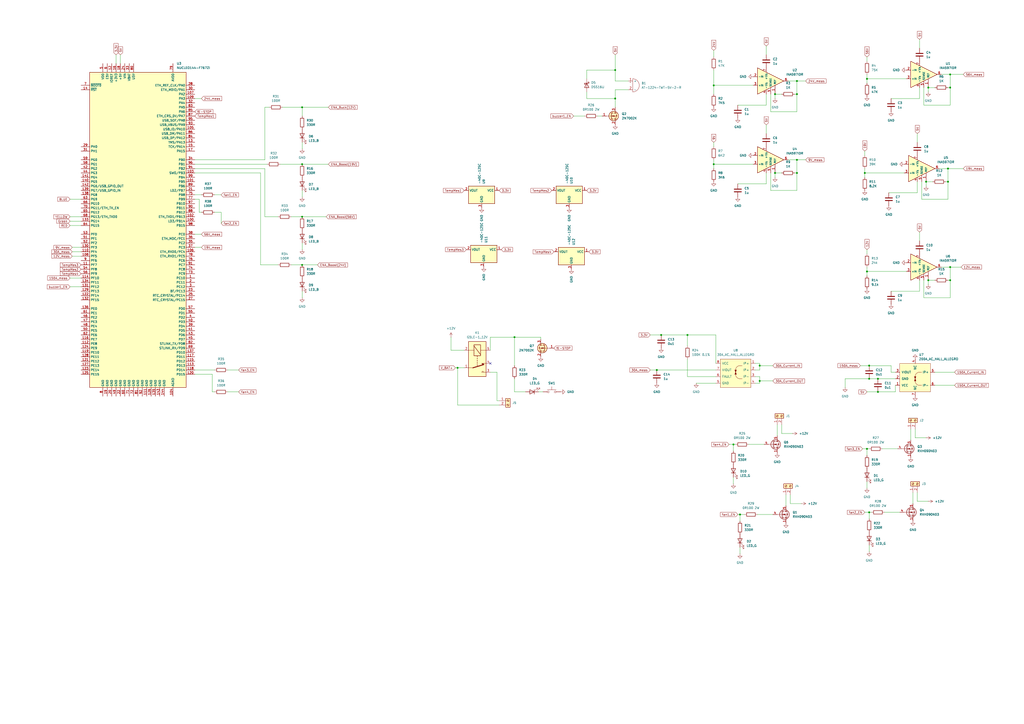
<source format=kicad_sch>
(kicad_sch (version 20231120) (generator "eeschema") (generator_version "8.0")
  (paper "A2")
  (lib_symbols
    (symbol "MCU_Module:NUCLEO144-F767ZI"
      (property "Reference" "U" (at -22.86 94.615 0))
      (property "Value" "NUCLEO144-F767ZI" (at -22.86 92.71 0))
      (symbol "NUCLEO144-F767ZI_1_1"
        (pin bidirectional line (at 33.02 -27.94 180) (length 5.08) (name "PC10") (number "1"))
        (pin no_connect line (at -27.94 55.88 0) (length 5.08) hide (name "NC") (number "10"))
        (pin bidirectional line (at 33.02 5.08 180) (length 5.08) (name "LD3/PB14") (number "100"))
        (pin bidirectional line (at 33.02 27.94 180) (length 5.08) (name "PB5") (number "101"))
        (pin bidirectional line (at 33.02 7.62 180) (length 5.08) (name "ETH_TXD1/PB13") (number "102"))
        (pin bidirectional line (at 33.02 33.02 180) (length 5.08) (name "SWO/PB3") (number "103"))
        (pin power_in line (at 20.32 -96.52 90) (length 5.08) (name "AGND") (number "104"))
        (pin bidirectional line (at 33.02 58.42 180) (length 5.08) (name "USB_ID/PA10") (number "105"))
        (pin bidirectional line (at 33.02 -12.7 180) (length 5.08) (name "ETH_RXD0/PC4") (number "106"))
        (pin bidirectional line (at 33.02 78.74 180) (length 5.08) (name "PA2") (number "107"))
        (pin bidirectional line (at -33.02 -15.24 0) (length 5.08) (name "PF5") (number "108"))
        (pin bidirectional line (at 33.02 76.2 180) (length 5.08) (name "PA3") (number "109"))
        (pin bidirectional line (at -33.02 -20.32 0) (length 5.08) (name "PF7") (number "11"))
        (pin bidirectional line (at -33.02 -12.7 0) (length 5.08) (name "PF4") (number "110"))
        (pin power_in line (at 5.08 -96.52 90) (length 5.08) (name "GND") (number "111"))
        (pin bidirectional line (at -33.02 -66.04 0) (length 5.08) (name "PE8") (number "112"))
        (pin bidirectional line (at 33.02 -78.74 180) (length 5.08) (name "PD13") (number "113"))
        (pin bidirectional line (at -33.02 -27.94 0) (length 5.08) (name "PF10") (number "114"))
        (pin bidirectional line (at 33.02 -76.2 180) (length 5.08) (name "PD12") (number "115"))
        (pin bidirectional line (at -33.02 -63.5 0) (length 5.08) (name "PE7") (number "116"))
        (pin bidirectional line (at 33.02 -73.66 180) (length 5.08) (name "PD11") (number "117"))
        (pin bidirectional line (at 33.02 -81.28 180) (length 5.08) (name "PD14") (number "118"))
        (pin bidirectional line (at -33.02 -71.12 0) (length 5.08) (name "PE10") (number "119"))
        (pin power_in line (at -15.24 96.52 270) (length 5.08) (name "IOREF") (number "12"))
        (pin bidirectional line (at 33.02 -83.82 180) (length 5.08) (name "PD15") (number "120"))
        (pin bidirectional line (at -33.02 -76.2 0) (length 5.08) (name "PE12") (number "121"))
        (pin bidirectional line (at -33.02 -38.1 0) (length 5.08) (name "PF14") (number "122"))
        (pin bidirectional line (at -33.02 -81.28 0) (length 5.08) (name "PE14") (number "123"))
        (pin bidirectional line (at -33.02 -68.58 0) (length 5.08) (name "PE9") (number "124"))
        (pin bidirectional line (at -33.02 -83.82 0) (length 5.08) (name "PE15") (number "125"))
        (pin power_in line (at 7.62 -96.52 90) (length 5.08) (name "GND") (number "126"))
        (pin bidirectional line (at -33.02 -78.74 0) (length 5.08) (name "PE13") (number "127"))
        (pin bidirectional line (at -33.02 -73.66 0) (length 5.08) (name "PE11") (number "128"))
        (pin bidirectional line (at -33.02 -35.56 0) (length 5.08) (name "PF13") (number "129"))
        (pin bidirectional line (at 33.02 50.8 180) (length 5.08) (name "TMS/PA13") (number "13"))
        (pin bidirectional line (at -33.02 -10.16 0) (length 5.08) (name "PF3") (number "130"))
        (pin bidirectional line (at -33.02 -33.02 0) (length 5.08) (name "PF12") (number "131"))
        (pin bidirectional line (at -33.02 -40.64 0) (length 5.08) (name "PF15") (number "132"))
        (pin bidirectional line (at -33.02 5.08 0) (length 5.08) (name "PG14") (number "133"))
        (pin bidirectional line (at -33.02 -30.48 0) (length 5.08) (name "PF11") (number "134"))
        (pin power_in line (at 10.16 -96.52 90) (length 5.08) (name "GND") (number "135"))
        (pin bidirectional line (at -33.02 -45.72 0) (length 5.08) (name "PE0") (number "136"))
        (pin bidirectional line (at 33.02 -71.12 180) (length 5.08) (name "PD10") (number "137"))
        (pin bidirectional line (at -33.02 20.32 0) (length 5.08) (name "PG8") (number "138"))
        (pin bidirectional line (at -33.02 22.86 0) (length 5.08) (name "PG7/USB_GPIO_IN") (number "139"))
        (pin input line (at -33.02 81.28 0) (length 5.08) (name "~{RST}") (number "14"))
        (pin bidirectional line (at -33.02 27.94 0) (length 5.08) (name "PG5") (number "140"))
        (pin bidirectional line (at -33.02 30.48 0) (length 5.08) (name "PG4") (number "141"))
        (pin bidirectional line (at -33.02 25.4 0) (length 5.08) (name "PG6/USB_GPIO_OUT") (number "142"))
        (pin power_in line (at 12.7 -96.52 90) (length 5.08) (name "GND") (number "143"))
        (pin power_in line (at 15.24 -96.52 90) (length 5.08) (name "GND") (number "144"))
        (pin bidirectional line (at 33.02 48.26 180) (length 5.08) (name "TCK/PA14") (number "15"))
        (pin power_in line (at -12.7 96.52 270) (length 5.08) (name "+3V3") (number "16"))
        (pin bidirectional line (at 33.02 45.72 180) (length 5.08) (name "PA15") (number "17"))
        (pin power_in line (at -10.16 96.52 270) (length 5.08) (name "+5V") (number "18"))
        (pin power_in line (at -17.78 -96.52 90) (length 5.08) (name "GND") (number "19"))
        (pin bidirectional line (at 33.02 -30.48 180) (length 5.08) (name "PC11") (number "2"))
        (pin power_in line (at -15.24 -96.52 90) (length 5.08) (name "GND") (number "20"))
        (pin bidirectional line (at 33.02 22.86 180) (length 5.08) (name "LD2/PB7") (number "21"))
        (pin power_in line (at -10.16 -96.52 90) (length 5.08) (name "GND") (number "22"))
        (pin bidirectional line (at 33.02 -35.56 180) (length 5.08) (name "BT/PC13") (number "23"))
        (pin power_in line (at -7.62 96.52 270) (length 5.08) (name "VIN") (number "24"))
        (pin bidirectional line (at 33.02 -38.1 180) (length 5.08) (name "RTC_CRYSTAL/PC14") (number "25"))
        (pin no_connect line (at -27.94 58.42 0) (length 5.08) hide (name "NC") (number "26"))
        (pin bidirectional line (at 33.02 -40.64 180) (length 5.08) (name "RTC_CRYSTAL/PC15") (number "27"))
        (pin bidirectional line (at 33.02 83.82 180) (length 5.08) (name "ETH_REF_CLK/PA0") (number "28"))
        (pin bidirectional line (at -33.02 48.26 0) (length 5.08) (name "PH0") (number "29"))
        (pin bidirectional line (at 33.02 -33.02 180) (length 5.08) (name "PC12") (number "3"))
        (pin bidirectional line (at 33.02 81.28 180) (length 5.08) (name "ETH_MDIO/PA1") (number "30"))
        (pin bidirectional line (at -33.02 45.72 0) (length 5.08) (name "PH1") (number "31"))
        (pin bidirectional line (at 33.02 73.66 180) (length 5.08) (name "PA4") (number "32"))
        (pin power_in line (at -5.08 96.52 270) (length 5.08) (name "VBAT") (number "33"))
        (pin bidirectional line (at 33.02 40.64 180) (length 5.08) (name "PB0") (number "34"))
        (pin bidirectional line (at 33.02 -7.62 180) (length 5.08) (name "PC2") (number "35"))
        (pin bidirectional line (at 33.02 -5.08 180) (length 5.08) (name "ETH_MDC/PC1") (number "36"))
        (pin bidirectional line (at 33.02 -10.16 180) (length 5.08) (name "PC3") (number "37"))
        (pin bidirectional line (at 33.02 -2.54 180) (length 5.08) (name "PC0") (number "38"))
        (pin bidirectional line (at 33.02 -55.88 180) (length 5.08) (name "PD4") (number "39"))
        (pin bidirectional line (at 33.02 -50.8 180) (length 5.08) (name "PD2") (number "4"))
        (pin bidirectional line (at 33.02 -53.34 180) (length 5.08) (name "PD3") (number "40"))
        (pin bidirectional line (at 33.02 -58.42 180) (length 5.08) (name "PD5") (number "41"))
        (pin bidirectional line (at -33.02 35.56 0) (length 5.08) (name "PG2") (number "42"))
        (pin bidirectional line (at 33.02 -60.96 180) (length 5.08) (name "PD6") (number "43"))
        (pin bidirectional line (at -33.02 33.02 0) (length 5.08) (name "PG3") (number "44"))
        (pin bidirectional line (at 33.02 -63.5 180) (length 5.08) (name "PD7") (number "45"))
        (pin bidirectional line (at -33.02 -50.8 0) (length 5.08) (name "PE2") (number "46"))
        (pin bidirectional line (at -33.02 -53.34 0) (length 5.08) (name "PE3") (number "47"))
        (pin bidirectional line (at -33.02 -55.88 0) (length 5.08) (name "PE4") (number "48"))
        (pin power_in line (at -12.7 -96.52 90) (length 5.08) (name "GND") (number "49"))
        (pin power_in line (at -20.32 96.52 270) (length 5.08) (name "VDD") (number "5"))
        (pin bidirectional line (at -33.02 -58.42 0) (length 5.08) (name "PE5") (number "50"))
        (pin bidirectional line (at -33.02 -5.08 0) (length 5.08) (name "PF1") (number "51"))
        (pin bidirectional line (at -33.02 -7.62 0) (length 5.08) (name "PF2") (number "52"))
        (pin bidirectional line (at -33.02 -2.54 0) (length 5.08) (name "PF0") (number "53"))
        (pin bidirectional line (at -33.02 -22.86 0) (length 5.08) (name "PF8") (number "54"))
        (pin bidirectional line (at 33.02 -48.26 180) (length 5.08) (name "PD1") (number "55"))
        (pin bidirectional line (at -33.02 -25.4 0) (length 5.08) (name "PF9") (number "56"))
        (pin bidirectional line (at 33.02 -45.72 180) (length 5.08) (name "PD0") (number "57"))
        (pin bidirectional line (at -33.02 38.1 0) (length 5.08) (name "PG1") (number "58"))
        (pin bidirectional line (at -33.02 40.64 0) (length 5.08) (name "PG0") (number "59"))
        (pin power_in line (at -17.78 96.52 270) (length 5.08) (name "E5V") (number "6"))
        (pin power_in line (at -7.62 -96.52 90) (length 5.08) (name "GND") (number "60"))
        (pin bidirectional line (at -33.02 -48.26 0) (length 5.08) (name "PE1") (number "61"))
        (pin bidirectional line (at -33.02 -60.96 0) (length 5.08) (name "PE6") (number "62"))
        (pin bidirectional line (at -33.02 17.78 0) (length 5.08) (name "PG9") (number "63"))
        (pin bidirectional line (at -33.02 2.54 0) (length 5.08) (name "PG15") (number "64"))
        (pin bidirectional line (at -33.02 10.16 0) (length 5.08) (name "PG12") (number "65"))
        (pin bidirectional line (at -33.02 15.24 0) (length 5.08) (name "PG10") (number "66"))
        (pin no_connect line (at -27.94 53.34 0) (length 5.08) hide (name "NC") (number "67"))
        (pin bidirectional line (at -33.02 7.62 0) (length 5.08) (name "PG13/ETH_TXD0") (number "68"))
        (pin bidirectional line (at 33.02 -68.58 180) (length 5.08) (name "STLINK_RX/PD9") (number "69"))
        (pin input line (at -33.02 83.82 0) (length 5.08) (name "~{BOOT0}") (number "7"))
        (pin bidirectional line (at -33.02 12.7 0) (length 5.08) (name "PG11/ETH_TX_EN") (number "70"))
        (pin power_in line (at -5.08 -96.52 90) (length 5.08) (name "GND") (number "71"))
        (pin power_in line (at -2.54 -96.52 90) (length 5.08) (name "GND") (number "72"))
        (pin bidirectional line (at 33.02 -25.4 180) (length 5.08) (name "PC9") (number "73"))
        (pin bidirectional line (at 33.02 -22.86 180) (length 5.08) (name "PC8") (number "74"))
        (pin bidirectional line (at 33.02 20.32 180) (length 5.08) (name "PB8") (number "75"))
        (pin bidirectional line (at 33.02 -17.78 180) (length 5.08) (name "PC6") (number "76"))
        (pin bidirectional line (at 33.02 17.78 180) (length 5.08) (name "PB9") (number "77"))
        (pin bidirectional line (at 33.02 -15.24 180) (length 5.08) (name "ETH_RXD1/PC5") (number "78"))
        (pin power_in line (at 20.32 96.52 270) (length 5.08) (name "AVDD") (number "79"))
        (pin power_in line (at -20.32 -96.52 90) (length 5.08) (name "GND") (number "8"))
        (pin power_in line (at -2.54 96.52 270) (length 5.08) (name "U5V") (number "80"))
        (pin power_in line (at 0 -96.52 90) (length 5.08) (name "GND") (number "81"))
        (pin bidirectional line (at 33.02 -66.04 180) (length 5.08) (name "STLINK_TX/PD8") (number "82"))
        (pin bidirectional line (at 33.02 71.12 180) (length 5.08) (name "PA5") (number "83"))
        (pin bidirectional line (at 33.02 53.34 180) (length 5.08) (name "USB_DP/PA12") (number "84"))
        (pin bidirectional line (at 33.02 68.58 180) (length 5.08) (name "PA6") (number "85"))
        (pin bidirectional line (at 33.02 55.88 180) (length 5.08) (name "USB_DM/PA11") (number "86"))
        (pin bidirectional line (at 33.02 66.04 180) (length 5.08) (name "ETH_CRS_DV/PA7") (number "87"))
        (pin bidirectional line (at 33.02 10.16 180) (length 5.08) (name "PB12") (number "88"))
        (pin bidirectional line (at 33.02 25.4 180) (length 5.08) (name "PB6") (number "89"))
        (pin bidirectional line (at -33.02 -17.78 0) (length 5.08) (name "PF6") (number "9"))
        (pin bidirectional line (at 33.02 12.7 180) (length 5.08) (name "PB11") (number "90"))
        (pin bidirectional line (at 33.02 -20.32 180) (length 5.08) (name "PC7") (number "91"))
        (pin power_in line (at 2.54 -96.52 90) (length 5.08) (name "GND") (number "92"))
        (pin bidirectional line (at 33.02 60.96 180) (length 5.08) (name "USB_VBUS/PA9") (number "93"))
        (pin bidirectional line (at 33.02 35.56 180) (length 5.08) (name "PB2") (number "94"))
        (pin bidirectional line (at 33.02 63.5 180) (length 5.08) (name "USB_SOF/PA8") (number "95"))
        (pin bidirectional line (at 33.02 38.1 180) (length 5.08) (name "PB1") (number "96"))
        (pin bidirectional line (at 33.02 15.24 180) (length 5.08) (name "PB10") (number "97"))
        (pin bidirectional line (at 33.02 2.54 180) (length 5.08) (name "PB15") (number "98"))
        (pin bidirectional line (at 33.02 30.48 180) (length 5.08) (name "PB4") (number "99"))
      )
    )
    (symbol "power:+12V" (power) (pin_numbers hide) (pin_names (offset 0) hide)
      (property "Value" "+12V" (at 0 3.556 0))
      (symbol "+12V_1_1"
        (pin power_in line (at 0 0 90) (length 0) (name "~") (number "1"))
      )
    )
    (symbol "power:GND" (power) (pin_numbers hide) (pin_names (offset 0) hide)
      (property "Value" "GND" (at 0 -3.81 0))
      (symbol "GND_1_1"
        (pin power_in line (at 0 0 270) (length 0) (name "~") (number "1"))
      )
    )
    (symbol "rsx_Capacitors:0u1" (pin_numbers hide) (pin_names (offset 0.254))
      (property "Reference" "C" (at 0.635 2.54 0))
      (property "Value" "0u1" (at 0.635 -2.54 0))
      (symbol "0u1_1_1"
        (pin passive line (at 0 3.81 270) (length 2.794) (name "~") (number "1"))
        (pin passive line (at 0 -3.81 90) (length 2.794) (name "~") (number "2"))
      )
    )
    (symbol "rsx_Capacitors:1u" (pin_numbers hide) (pin_names (offset 0.254))
      (property "Reference" "C" (at 0.635 2.54 0))
      (property "Value" "1u" (at 0.635 -2.54 0))
      (symbol "1u_1_1"
        (pin passive line (at 0 3.81 270) (length 2.794) (name "~") (number "1"))
        (pin passive line (at 0 -3.81 90) (length 2.794) (name "~") (number "2"))
      )
    )
    (symbol "rsx_HID:Button" (pin_numbers hide) (pin_names (offset 1.016) hide)
      (property "Reference" "SW" (at 1.27 2.54 0))
      (symbol "Button_0_1"
        (pin passive line (at -5.08 0 0) (length 2.54) (name "1") (number "1"))
        (pin passive line (at 5.08 0 180) (length 2.54) (name "2") (number "2"))
      )
    )
    (symbol "rsx_LEDs:LED_B" (pin_numbers hide) (pin_names (offset 1.016) hide)
      (property "Reference" "D" (at 0 2.54 0))
      (property "Value" "LED_B" (at 0 -2.54 0))
      (symbol "LED_B_1_1"
        (pin passive line (at -3.81 0 0) (length 2.54) (name "K") (number "1"))
        (pin passive line (at 3.81 0 180) (length 2.54) (name "A") (number "2"))
      )
    )
    (symbol "rsx_LEDs:LED_G" (pin_numbers hide) (pin_names (offset 1.016) hide)
      (property "Reference" "D" (at 0 2.54 0))
      (property "Value" "LED_G" (at 0 -2.54 0))
      (symbol "LED_G_1_1"
        (pin passive line (at -3.81 0 0) (length 2.54) (name "K") (number "1"))
        (pin passive line (at 3.81 0 180) (length 2.54) (name "A") (number "2"))
      )
    )
    (symbol "rsx_Relays:G5LE-1_12V"
      (property "Reference" "K" (at 11.43 3.81 0))
      (property "Value" "G5LE-1_12V" (at 11.43 1.27 0))
      (symbol "G5LE-1_12V_1_1"
        (pin passive line (at 5.08 -7.62 90) (length 2.54) (name "~") (number "1"))
        (pin passive line (at -5.08 -7.62 90) (length 2.54) (name "~") (number "2"))
        (pin passive line (at 7.62 7.62 270) (length 2.54) (name "~") (number "3"))
        (pin passive line (at 2.54 7.62 270) (length 2.54) (name "~") (number "4"))
        (pin passive line (at -5.08 7.62 270) (length 2.54) (name "~") (number "5"))
      )
    )
    (symbol "rsx_Resistors:0R100 2W" (pin_numbers hide) (pin_names (offset 0))
      (property "Reference" "R" (at 2.032 0 90))
      (property "Value" "0R100 2W" (at 0 0 90))
      (symbol "0R100 2W_1_1"
        (pin passive line (at 0 3.81 270) (length 1.27) (name "~") (number "1"))
        (pin passive line (at 0 -3.81 90) (length 1.27) (name "~") (number "2"))
      )
    )
    (symbol "rsx_Resistors:100K 0.1%" (pin_numbers hide) (pin_names (offset 0))
      (property "Reference" "R" (at 2.032 0 90))
      (property "Value" "100K 0.1%" (at 0 0 90))
      (symbol "100K 0.1%_1_1"
        (pin passive line (at 0 3.81 270) (length 1.27) (name "~") (number "1"))
        (pin passive line (at 0 -3.81 90) (length 1.27) (name "~") (number "2"))
      )
    )
    (symbol "rsx_Resistors:100R" (pin_numbers hide) (pin_names (offset 0))
      (property "Reference" "R" (at 2.032 0 90))
      (property "Value" "100R" (at 0 0 90))
      (symbol "100R_1_1"
        (pin passive line (at 0 3.81 270) (length 1.27) (name "~") (number "1"))
        (pin passive line (at 0 -3.81 90) (length 1.27) (name "~") (number "2"))
      )
    )
    (symbol "rsx_Resistors:1K" (pin_numbers hide) (pin_names (offset 0))
      (property "Reference" "R" (at 2.032 0 90))
      (property "Value" "1K" (at 0 0 90))
      (symbol "1K_1_1"
        (pin passive line (at 0 3.81 270) (length 1.27) (name "~") (number "1"))
        (pin passive line (at 0 -3.81 90) (length 1.27) (name "~") (number "2"))
      )
    )
    (symbol "rsx_Resistors:24K" (pin_numbers hide) (pin_names (offset 0))
      (property "Reference" "R" (at 2.032 0 90))
      (property "Value" "24k" (at 0 0 90))
      (symbol "24K_1_1"
        (pin passive line (at 0 3.81 270) (length 1.27) (name "~") (number "1"))
        (pin passive line (at 0 -3.81 90) (length 1.27) (name "~") (number "2"))
      )
    )
    (symbol "rsx_Resistors:330R" (pin_numbers hide) (pin_names (offset 0))
      (property "Reference" "R" (at 2.032 0 90))
      (property "Value" "330R" (at 0 0 90))
      (symbol "330R_1_1"
        (pin passive line (at 0 3.81 270) (length 1.27) (name "~") (number "1"))
        (pin passive line (at 0 -3.81 90) (length 1.27) (name "~") (number "2"))
      )
    )
    (symbol "rsx_Resistors:39K" (pin_numbers hide) (pin_names (offset 0))
      (property "Reference" "R" (at 2.032 0 90))
      (property "Value" "39K" (at 0 0 90))
      (symbol "39K_1_1"
        (pin passive line (at 0 3.81 270) (length 1.27) (name "~") (number "1"))
        (pin passive line (at 0 -3.81 90) (length 1.27) (name "~") (number "2"))
      )
    )
    (symbol "rsx_Resistors:3K6" (pin_numbers hide) (pin_names (offset 0))
      (property "Reference" "R" (at 2.032 0 90))
      (property "Value" "3K6" (at 0 0 90))
      (symbol "3K6_1_1"
        (pin passive line (at 0 3.81 270) (length 1.27) (name "~") (number "1"))
        (pin passive line (at 0 -3.81 90) (length 1.27) (name "~") (number "2"))
      )
    )
    (symbol "rsx_Resistors:47K" (pin_numbers hide) (pin_names (offset 0))
      (property "Reference" "R" (at 2.032 0 90))
      (property "Value" "47K" (at 0 0 90))
      (symbol "47K_1_1"
        (pin passive line (at 0 3.81 270) (length 1.27) (name "~") (number "1"))
        (pin passive line (at 0 -3.81 90) (length 1.27) (name "~") (number "2"))
      )
    )
    (symbol "rsx_Resistors:6K2" (pin_numbers hide) (pin_names (offset 0))
      (property "Reference" "R" (at 2.032 0 90))
      (property "Value" "6K2" (at 0 0 90))
      (symbol "6K2_1_1"
        (pin passive line (at 0 3.81 270) (length 1.27) (name "~") (number "1"))
        (pin passive line (at 0 -3.81 90) (length 1.27) (name "~") (number "2"))
      )
    )
    (symbol "rsx_Resistors:75K" (pin_numbers hide) (pin_names (offset 0))
      (property "Reference" "R" (at 2.032 0 90))
      (property "Value" "75K" (at 0 0 90))
      (symbol "75K_1_1"
        (pin passive line (at 0 3.81 270) (length 1.27) (name "~") (number "1"))
        (pin passive line (at 0 -3.81 90) (length 1.27) (name "~") (number "2"))
      )
    )
    (symbol "rsx_Resistors:7K5" (pin_numbers hide) (pin_names (offset 0))
      (property "Reference" "R" (at 2.032 0 90))
      (property "Value" "7K5" (at 0 0 90))
      (symbol "7K5_1_1"
        (pin passive line (at 0 3.81 270) (length 1.27) (name "~") (number "1"))
        (pin passive line (at 0 -3.81 90) (length 1.27) (name "~") (number "2"))
      )
    )
    (symbol "rsx_Resistors:8K2" (pin_numbers hide) (pin_names (offset 0))
      (property "Reference" "R" (at 2.032 0 90))
      (property "Value" "8.2K" (at 0 0 90))
      (symbol "8K2_1_1"
        (pin passive line (at 0 3.81 270) (length 1.27) (name "~") (number "1"))
        (pin passive line (at 0 -3.81 90) (length 1.27) (name "~") (number "2"))
      )
    )
    (symbol "rsx_Resistors:9K1" (pin_numbers hide) (pin_names (offset 0))
      (property "Reference" "R" (at 2.032 0 90))
      (property "Value" "9.1k" (at 0 0 90))
      (symbol "9K1_1_1"
        (pin passive line (at 0 3.81 270) (length 1.27) (name "~") (number "1"))
        (pin passive line (at 0 -3.81 90) (length 1.27) (name "~") (number "2"))
      )
    )
    (symbol "rsx_Transistors:2N7002K" (pin_names hide)
      (property "Reference" "Q" (at 5.08 1.905 0))
      (property "Value" "2N7002K" (at 5.08 0 0))
      (symbol "2N7002K_1_1"
        (pin input line (at -5.08 0 0) (length 2.54) (name "G") (number "1"))
        (pin passive line (at 2.54 -5.08 90) (length 2.54) (name "S") (number "2"))
        (pin passive line (at 2.54 5.08 270) (length 2.54) (name "D") (number "3"))
      )
    )
    (symbol "rsx_Transistors:RXH090N03" (pin_names hide)
      (property "Reference" "Q" (at 5.08 1.905 0))
      (property "Value" "RXH090N03" (at 5.08 0 0))
      (symbol "RXH090N03_0_0"
        (pin passive line (at 2.54 5.08 270) (length 2.54) hide (name "D") (number "6"))
        (pin passive line (at 2.54 5.08 270) (length 2.54) hide (name "D") (number "7"))
        (pin passive line (at 2.54 5.08 270) (length 2.54) hide (name "D") (number "8"))
      )
      (symbol "RXH090N03_1_1"
        (pin passive line (at 2.54 -5.08 90) (length 2.54) (name "S") (number "1"))
        (pin passive line (at 2.54 -5.08 90) (length 2.54) hide (name "S") (number "2"))
        (pin passive line (at 2.54 -5.08 90) (length 2.54) hide (name "S") (number "3"))
        (pin input line (at -5.08 0 0) (length 2.54) (name "G") (number "4"))
        (pin passive line (at 2.54 5.08 270) (length 2.54) (name "D") (number "5"))
      )
    )
    (symbol "rsx_diodes:DSS16U" (pin_numbers hide) (pin_names (offset 1.016) hide)
      (property "Reference" "D" (at 0 2.54 0))
      (property "Value" "DSS16U" (at 0 -2.54 0))
      (symbol "DSS16U_1_1"
        (pin passive line (at -3.81 0 0) (length 2.54) (name "K") (number "1"))
        (pin passive line (at 3.81 0 180) (length 2.54) (name "A") (number "2"))
      )
    )
    (symbol "rsx_header_screw:Screw_Terminal_2x2.54" (pin_names (offset 1.016) hide)
      (property "Reference" "J" (at 0 2.54 0))
      (symbol "Screw_Terminal_2x2.54_1_1"
        (pin passive line (at -5.08 0 0) (length 3.81) (name "Pin_1") (number "1"))
        (pin passive line (at -5.08 -2.54 0) (length 3.81) (name "Pin_2") (number "2"))
      )
    )
    (symbol "rsx_misc:AT-1224-TWT-5V-2-R"
      (property "Reference" "B" (at 0 7.62 0))
      (property "Value" "AT-1224-TWT-5V-2-R" (at 0 5.08 0))
      (symbol "AT-1224-TWT-5V-2-R_1_1"
        (pin passive line (at -2.54 2.54 0) (length 2.54) (name "+") (number "1"))
        (pin passive line (at -2.54 -2.54 0) (length 2.54) (name "-") (number "2"))
      )
    )
    (symbol "rsx_opamps:INA597IDR"
      (property "Reference" "U" (at 5.08 3.81 0))
      (property "Value" "INA597IDR" (at 8.89 -3.81 0))
      (symbol "INA597IDR_1_1"
        (pin input line (at 2.54 -7.62 90) (length 5.08) (name "REF") (number "1"))
        (pin input line (at -10.16 2.54 0) (length 2.54) (name "-IN") (number "2"))
        (pin input line (at -10.16 -2.54 0) (length 2.54) (name "+IN") (number "3"))
        (pin power_in line (at -2.54 -7.62 90) (length 2.54) (name "-Vs") (number "4"))
        (pin passive line (at 0 -7.62 90) (length 3.81) (name "SENSE") (number "5"))
        (pin output line (at 10.16 0 180) (length 2.54) (name "~") (number "6"))
        (pin power_in line (at -2.54 7.62 270) (length 2.54) (name "+Vs") (number "7"))
        (pin no_connect line (at -5.08 0 180) (length 2.54) hide (name "NC") (number "8"))
      )
    )
    (symbol "rsx_sensors:200A_AC_HALL_ALLEGRO_1" (pin_names (offset 1.016))
      (property "Reference" "U" (at -28.194 16.764 0))
      (property "Value" "200A_AC_HALL_ALLEGRO" (at -9.906 23.114 0))
      (symbol "200A_AC_HALL_ALLEGRO_1_1_0"
        (pin output line (at -11.43 -5.08 0) (length 2.54) (name "VCC") (number "1"))
        (pin power_in line (at -11.43 -1.27 0) (length 2.54) (name "GND") (number "2"))
        (pin output line (at -11.43 2.54 0) (length 2.54) (name "VIOUT") (number "3"))
        (pin input line (at 0 10.16 270) (length 2.54) (name "NC") (number "4"))
        (pin bidirectional line (at 11.43 2.54 180) (length 2.54) (name "IP+") (number "5"))
        (pin bidirectional line (at 11.43 -5.08 180) (length 2.54) (name "IP-") (number "6"))
        (pin input line (at 0 -11.43 90) (length 2.54) (name "NC") (number "7"))
      )
    )
    (symbol "rsx_sensors:30A_AC_HALL_ALLEGRO_1" (pin_names (offset 1.016))
      (property "Reference" "U" (at 0 10.922 0))
      (property "Value" "30A_AC_HALL_ALLEGRO" (at 0 9.144 0))
      (symbol "30A_AC_HALL_ALLEGRO_1_1_0"
        (pin bidirectional line (at 11.43 5.08 180) (length 2.54) (name "IP+") (number "1"))
        (pin bidirectional line (at 11.43 1.27 180) (length 2.54) (name "IP+") (number "2"))
        (pin bidirectional line (at 11.43 -2.54 180) (length 2.54) (name "IP-") (number "3"))
        (pin bidirectional line (at 11.43 -6.35 180) (length 2.54) (name "IP-") (number "4"))
        (pin power_in line (at -11.43 -6.35 0) (length 2.54) (name "GND") (number "5"))
        (pin input line (at -11.43 -2.54 0) (length 2.54) (name "FAULT") (number "6"))
        (pin output line (at -11.43 1.27 0) (length 2.54) (name "VIOUT") (number "7"))
        (pin power_in line (at -11.43 5.08 0) (length 2.54) (name "VCC") (number "8"))
      )
    )
    (symbol "rsx_sensors:MCP9700A-E/TO"
      (property "Reference" "U" (at 2.54 12.7 0))
      (property "Value" "-40C-125C" (at 2.54 10.16 0))
      (symbol "MCP9700A-E/TO_1_1"
        (pin power_in line (at -2.54 10.16 270) (length 2.54) (name "VCC") (number "1"))
        (pin output line (at -2.54 -10.16 90) (length 2.54) (name "VOUT") (number "2"))
        (pin power_in line (at 7.62 0 180) (length 2.54) (name "GND") (number "3"))
      )
    )
  )
  (junction (at 504.19 212.09))
  (junction (at 356.87 40.64))
  (junction (at 462.28 46.99))
  (junction (at 502.92 157.48))
  (junction (at 265.43 213.36))
  (junction (at 175.26 153.67))
  (junction (at 502.92 260.35))
  (junction (at 504.19 219.71))
  (junction (at 175.26 95.25))
  (junction (at 537.21 105.41))
  (junction (at 509.27 219.71))
  (junction (at 398.78 194.31))
  (junction (at 175.26 62.23))
  (junction (at 502.92 45.72))
  (junction (at 425.45 257.81))
  (junction (at 504.19 297.18))
  (junction (at 449.58 100.33))
  (junction (at 440.69 212.09))
  (junction (at 509.27 227.33))
  (junction (at 462.28 54.61))
  (junction (at 538.48 50.8))
  (junction (at 462.28 92.71))
  (junction (at 501.65 100.33))
  (junction (at 440.69 220.98))
  (junction (at 383.54 194.31))
  (junction (at 462.28 100.33))
  (junction (at 551.18 50.8))
  (junction (at 175.26 125.73))
  (junction (at 449.58 54.61))
  (junction (at 298.45 195.58))
  (junction (at 381 214.63))
  (junction (at 429.26 298.45))
  (junction (at 551.18 162.56))
  (junction (at 549.91 105.41))
  (junction (at 414.02 49.53))
  (junction (at 538.48 162.56))
  (junction (at 356.87 57.15))
  (junction (at 414.02 95.25))
  (junction (at 549.91 97.79))
  (junction (at 551.18 43.18))
  (junction (at 551.18 154.94))
  (no_connect (at 284.48 210.82))
  (wire (pts (xy 265.43 234.95) (xy 289.56 234.95)))
  (wire (pts (xy 128.27 129.54) (xy 128.27 123.19)))
  (wire (pts (xy 422.91 257.81) (xy 425.45 257.81)))
  (wire (pts (xy 138.43 214.63) (xy 132.08 214.63)))
  (wire (pts (xy 449.58 100.33) (xy 453.39 100.33)))
  (wire (pts (xy 439.42 298.45) (xy 448.31 298.45)))
  (wire (pts (xy 501.65 97.79) (xy 501.65 100.33)))
  (wire (pts (xy 551.18 43.18) (xy 546.1 43.18)))
  (wire (pts (xy 113.03 143.51) (xy 116.84 143.51)))
  (wire (pts (xy 448.31 212.09) (xy 440.69 212.09)))
  (wire (pts (xy 502.92 33.02) (xy 502.92 35.56)))
  (wire (pts (xy 462.28 54.61) (xy 462.28 64.77)))
  (wire (pts (xy 444.5 26.67) (xy 444.5 31.75)))
  (wire (pts (xy 551.18 154.94) (xy 546.1 154.94)))
  (wire (pts (xy 425.45 257.81) (xy 426.72 257.81)))
  (wire (pts (xy 551.18 162.56) (xy 551.18 172.72)))
  (wire (pts (xy 414.02 82.55) (xy 414.02 85.09)))
  (wire (pts (xy 175.26 110.49) (xy 175.26 114.3)))
  (wire (pts (xy 115.57 123.19) (xy 116.84 123.19)))
  (wire (pts (xy 113.03 95.25) (xy 154.94 95.25)))
  (wire (pts (xy 40.64 125.73) (xy 46.99 125.73)))
  (wire (pts (xy 429.26 317.5) (xy 429.26 321.31)))
  (wire (pts (xy 504.19 316.23) (xy 504.19 320.04)))
  (wire (pts (xy 449.58 57.15) (xy 449.58 54.61)))
  (wire (pts (xy 519.43 215.9) (xy 516.89 215.9)))
  (wire (pts (xy 298.45 195.58) (xy 298.45 212.09)))
  (wire (pts (xy 414.02 29.21) (xy 414.02 33.02)))
  (wire (pts (xy 41.91 148.59) (xy 46.99 148.59)))
  (wire (pts (xy 502.92 279.4) (xy 502.92 283.21)))
  (wire (pts (xy 447.04 100.33) (xy 447.04 110.49)))
  (wire (pts (xy 175.26 62.23) (xy 190.5 62.23)))
  (wire (pts (xy 434.34 257.81) (xy 443.23 257.81)))
  (wire (pts (xy 453.39 251.46) (xy 459.74 251.46)))
  (wire (pts (xy 551.18 162.56) (xy 549.91 162.56)))
  (wire (pts (xy 549.91 97.79) (xy 558.8 97.79)))
  (wire (pts (xy 450.85 246.38) (xy 450.85 252.73)))
  (wire (pts (xy 168.91 153.67) (xy 175.26 153.67)))
  (wire (pts (xy 549.91 105.41) (xy 548.64 105.41)))
  (wire (pts (xy 504.19 219.71) (xy 490.22 219.71)))
  (wire (pts (xy 356.87 40.64) (xy 356.87 46.99)))
  (wire (pts (xy 462.28 100.33) (xy 461.01 100.33)))
  (wire (pts (xy 175.26 168.91) (xy 175.26 172.72)))
  (wire (pts (xy 383.54 194.31) (xy 398.78 194.31)))
  (wire (pts (xy 529.59 285.75) (xy 529.59 292.1)))
  (wire (pts (xy 525.78 45.72) (xy 502.92 45.72)))
  (wire (pts (xy 524.51 100.33) (xy 501.65 100.33)))
  (wire (pts (xy 175.26 153.67) (xy 184.15 153.67)))
  (wire (pts (xy 414.02 40.64) (xy 414.02 49.53)))
  (wire (pts (xy 533.4 50.8) (xy 533.4 57.15)))
  (wire (pts (xy 440.69 220.98) (xy 448.31 220.98)))
  (wire (pts (xy 113.03 100.33) (xy 151.13 100.33)))
  (wire (pts (xy 261.62 203.2) (xy 269.24 203.2)))
  (wire (pts (xy 153.67 62.23) (xy 153.67 92.71)))
  (wire (pts (xy 398.78 194.31) (xy 398.78 200.66)))
  (wire (pts (xy 340.36 45.72) (xy 340.36 40.64)))
  (wire (pts (xy 504.19 212.09) (xy 516.89 212.09)))
  (wire (pts (xy 124.46 113.03) (xy 128.27 113.03)))
  (wire (pts (xy 175.26 140.97) (xy 175.26 144.78)))
  (wire (pts (xy 151.13 100.33) (xy 151.13 153.67)))
  (wire (pts (xy 313.69 195.58) (xy 298.45 195.58)))
  (wire (pts (xy 398.78 194.31) (xy 415.29 194.31)))
  (wire (pts (xy 156.21 62.23) (xy 153.67 62.23)))
  (wire (pts (xy 444.5 54.61) (xy 444.5 60.96)))
  (wire (pts (xy 549.91 105.41) (xy 549.91 115.57)))
  (wire (pts (xy 288.29 232.41) (xy 289.56 232.41)))
  (wire (pts (xy 499.11 212.09) (xy 504.19 212.09)))
  (wire (pts (xy 288.29 232.41) (xy 288.29 215.9)))
  (wire (pts (xy 261.62 195.58) (xy 261.62 203.2)))
  (wire (pts (xy 414.02 92.71) (xy 414.02 95.25)))
  (wire (pts (xy 40.64 128.27) (xy 46.99 128.27)))
  (wire (pts (xy 502.92 144.78) (xy 502.92 147.32)))
  (wire (pts (xy 429.26 298.45) (xy 431.8 298.45)))
  (wire (pts (xy 175.26 125.73) (xy 189.23 125.73)))
  (wire (pts (xy 398.78 208.28) (xy 398.78 218.44)))
  (wire (pts (xy 440.69 220.98) (xy 440.69 222.25)))
  (wire (pts (xy 414.02 95.25) (xy 414.02 97.79)))
  (wire (pts (xy 113.03 135.89) (xy 116.84 135.89)))
  (wire (pts (xy 440.69 212.09) (xy 440.69 214.63)))
  (wire (pts (xy 455.93 287.02) (xy 455.93 293.37)))
  (wire (pts (xy 538.48 165.1) (xy 538.48 162.56)))
  (wire (pts (xy 440.69 212.09) (xy 440.69 210.82)))
  (wire (pts (xy 124.46 214.63) (xy 113.03 214.63)))
  (wire (pts (xy 356.87 62.23) (xy 356.87 57.15)))
  (wire (pts (xy 532.13 105.41) (xy 532.13 111.76)))
  (wire (pts (xy 168.91 125.73) (xy 175.26 125.73)))
  (wire (pts (xy 551.18 50.8) (xy 551.18 60.96)))
  (wire (pts (xy 537.21 105.41) (xy 541.02 105.41)))
  (wire (pts (xy 67.31 31.75) (xy 67.31 36.83)))
  (wire (pts (xy 458.47 292.1) (xy 464.82 292.1)))
  (wire (pts (xy 462.28 46.99) (xy 457.2 46.99)))
  (wire (pts (xy 501.65 100.33) (xy 501.65 102.87)))
  (wire (pts (xy 438.15 210.82) (xy 440.69 210.82)))
  (wire (pts (xy 436.88 49.53) (xy 414.02 49.53)))
  (wire (pts (xy 414.02 49.53) (xy 414.02 54.61)))
  (wire (pts (xy 123.19 227.33) (xy 124.46 227.33)))
  (wire (pts (xy 462.28 92.71) (xy 462.28 100.33)))
  (wire (pts (xy 438.15 218.44) (xy 440.69 218.44)))
  (wire (pts (xy 551.18 154.94) (xy 551.18 162.56)))
  (wire (pts (xy 153.67 97.79) (xy 113.03 97.79)))
  (wire (pts (xy 534.67 115.57) (xy 549.91 115.57)))
  (wire (pts (xy 41.91 146.05) (xy 46.99 146.05)))
  (wire (pts (xy 444.5 72.39) (xy 444.5 77.47)))
  (wire (pts (xy 381 214.63) (xy 415.29 214.63)))
  (wire (pts (xy 551.18 43.18) (xy 551.18 50.8)))
  (wire (pts (xy 504.19 297.18) (xy 504.19 300.99)))
  (wire (pts (xy 425.45 257.81) (xy 425.45 261.62)))
  (wire (pts (xy 519.43 219.71) (xy 509.27 219.71)))
  (wire (pts (xy 265.43 213.36) (xy 269.24 213.36)))
  (wire (pts (xy 530.86 254) (xy 537.21 254)))
  (wire (pts (xy 458.47 287.02) (xy 458.47 292.1)))
  (wire (pts (xy 40.64 130.81) (xy 46.99 130.81)))
  (wire (pts (xy 124.46 123.19) (xy 128.27 123.19)))
  (wire (pts (xy 340.36 53.34) (xy 340.36 57.15)))
  (wire (pts (xy 534.67 105.41) (xy 534.67 115.57)))
  (wire (pts (xy 298.45 219.71) (xy 298.45 227.33)))
  (wire (pts (xy 284.48 195.58) (xy 284.48 203.2)))
  (wire (pts (xy 427.99 298.45) (xy 429.26 298.45)))
  (wire (pts (xy 538.48 50.8) (xy 542.29 50.8)))
  (wire (pts (xy 444.5 60.96) (xy 427.99 60.96)))
  (wire (pts (xy 502.92 157.48) (xy 502.92 160.02)))
  (wire (pts (xy 415.29 194.31) (xy 415.29 210.82)))
  (wire (pts (xy 288.29 215.9) (xy 284.48 215.9)))
  (wire (pts (xy 535.94 60.96) (xy 551.18 60.96)))
  (wire (pts (xy 153.67 97.79) (xy 153.67 125.73)))
  (wire (pts (xy 551.18 43.18) (xy 558.8 43.18)))
  (wire (pts (xy 40.64 161.29) (xy 46.99 161.29)))
  (wire (pts (xy 549.91 97.79) (xy 544.83 97.79)))
  (wire (pts (xy 462.28 92.71) (xy 457.2 92.71)))
  (wire (pts (xy 542.29 215.9) (xy 553.72 215.9)))
  (wire (pts (xy 153.67 92.71) (xy 113.03 92.71)))
  (wire (pts (xy 501.65 297.18) (xy 504.19 297.18)))
  (wire (pts (xy 532.13 285.75) (xy 532.13 290.83)))
  (wire (pts (xy 538.48 162.56) (xy 542.29 162.56)))
  (wire (pts (xy 449.58 102.87) (xy 449.58 100.33)))
  (wire (pts (xy 449.58 54.61) (xy 453.39 54.61)))
  (wire (pts (xy 530.86 248.92) (xy 530.86 254)))
  (wire (pts (xy 535.94 50.8) (xy 535.94 60.96)))
  (wire (pts (xy 340.36 57.15) (xy 356.87 57.15)))
  (wire (pts (xy 346.71 67.31) (xy 349.25 67.31)))
  (wire (pts (xy 415.29 218.44) (xy 398.78 218.44)))
  (wire (pts (xy 298.45 227.33) (xy 304.8 227.33)))
  (wire (pts (xy 40.64 115.57) (xy 46.99 115.57)))
  (wire (pts (xy 175.26 62.23) (xy 163.83 62.23)))
  (wire (pts (xy 551.18 50.8) (xy 549.91 50.8)))
  (wire (pts (xy 332.74 67.31) (xy 339.09 67.31)))
  (wire (pts (xy 462.28 46.99) (xy 467.36 46.99)))
  (wire (pts (xy 532.13 111.76) (xy 515.62 111.76)))
  (wire (pts (xy 312.42 227.33) (xy 314.96 227.33)))
  (wire (pts (xy 356.87 57.15) (xy 356.87 52.07)))
  (wire (pts (xy 502.92 260.35) (xy 504.19 260.35)))
  (wire (pts (xy 113.03 57.15) (xy 116.84 57.15)))
  (wire (pts (xy 69.85 31.75) (xy 69.85 36.83)))
  (wire (pts (xy 462.28 100.33) (xy 462.28 110.49)))
  (wire (pts (xy 447.04 54.61) (xy 447.04 64.77)))
  (wire (pts (xy 436.88 95.25) (xy 414.02 95.25)))
  (wire (pts (xy 511.81 260.35) (xy 520.7 260.35)))
  (wire (pts (xy 440.69 218.44) (xy 440.69 220.98)))
  (wire (pts (xy 123.19 217.17) (xy 113.03 217.17)))
  (wire (pts (xy 153.67 125.73) (xy 161.29 125.73)))
  (wire (pts (xy 502.92 227.33) (xy 509.27 227.33)))
  (wire (pts (xy 447.04 64.77) (xy 462.28 64.77)))
  (wire (pts (xy 132.08 227.33) (xy 138.43 227.33)))
  (wire (pts (xy 525.78 157.48) (xy 502.92 157.48)))
  (wire (pts (xy 528.32 248.92) (xy 528.32 255.27)))
  (wire (pts (xy 490.22 219.71) (xy 490.22 224.79)))
  (wire (pts (xy 265.43 213.36) (xy 265.43 234.95)))
  (wire (pts (xy 356.87 52.07) (xy 364.49 52.07)))
  (wire (pts (xy 340.36 40.64) (xy 356.87 40.64)))
  (wire (pts (xy 313.69 195.58) (xy 313.69 196.85)))
  (wire (pts (xy 502.92 154.94) (xy 502.92 157.48)))
  (wire (pts (xy 264.16 213.36) (xy 265.43 213.36)))
  (wire (pts (xy 533.4 22.86) (xy 533.4 27.94)))
  (wire (pts (xy 538.48 53.34) (xy 538.48 50.8)))
  (wire (pts (xy 364.49 46.99) (xy 356.87 46.99)))
  (wire (pts (xy 444.5 100.33) (xy 444.5 106.68)))
  (wire (pts (xy 500.38 260.35) (xy 502.92 260.35)))
  (wire (pts (xy 533.4 168.91) (xy 516.89 168.91)))
  (wire (pts (xy 429.26 298.45) (xy 429.26 302.26)))
  (wire (pts (xy 513.08 297.18) (xy 521.97 297.18)))
  (wire (pts (xy 123.19 227.33) (xy 123.19 217.17)))
  (wire (pts (xy 462.28 46.99) (xy 462.28 54.61)))
  (wire (pts (xy 537.21 107.95) (xy 537.21 105.41)))
  (wire (pts (xy 298.45 195.58) (xy 284.48 195.58)))
  (wire (pts (xy 535.94 162.56) (xy 535.94 172.72)))
  (wire (pts (xy 549.91 97.79) (xy 549.91 105.41)))
  (wire (pts (xy 509.27 227.33) (xy 519.43 227.33)))
  (wire (pts (xy 501.65 87.63) (xy 501.65 90.17)))
  (wire (pts (xy 403.86 222.25) (xy 415.29 222.25)))
  (wire (pts (xy 356.87 31.75) (xy 356.87 40.64)))
  (wire (pts (xy 40.64 166.37) (xy 46.99 166.37)))
  (wire (pts (xy 462.28 92.71) (xy 467.36 92.71)))
  (wire (pts (xy 516.89 215.9) (xy 516.89 212.09)))
  (wire (pts (xy 504.19 297.18) (xy 505.46 297.18)))
  (wire (pts (xy 533.4 162.56) (xy 533.4 168.91)))
  (wire (pts (xy 502.92 45.72) (xy 502.92 48.26)))
  (wire (pts (xy 113.03 113.03) (xy 116.84 113.03)))
  (wire (pts (xy 502.92 43.18) (xy 502.92 45.72)))
  (wire (pts (xy 115.57 115.57) (xy 113.03 115.57)))
  (wire (pts (xy 115.57 123.19) (xy 115.57 115.57)))
  (wire (pts (xy 533.4 57.15) (xy 516.89 57.15)))
  (wire (pts (xy 532.13 290.83) (xy 538.48 290.83)))
  (wire (pts (xy 175.26 95.25) (xy 190.5 95.25)))
  (wire (pts (xy 502.92 260.35) (xy 502.92 264.16)))
  (wire (pts (xy 535.94 172.72) (xy 551.18 172.72)))
  (wire (pts (xy 533.4 134.62) (xy 533.4 139.7)))
  (wire (pts (xy 542.29 223.52) (xy 553.72 223.52)))
  (wire (pts (xy 438.15 222.25) (xy 440.69 222.25)))
  (wire (pts (xy 438.15 214.63) (xy 440.69 214.63)))
  (wire (pts (xy 551.18 154.94) (xy 557.53 154.94)))
  (wire (pts (xy 453.39 246.38) (xy 453.39 251.46)))
  (wire (pts (xy 175.26 82.55) (xy 175.26 86.36)))
  (wire (pts (xy 532.13 77.47) (xy 532.13 82.55)))
  (wire (pts (xy 151.13 153.67) (xy 161.29 153.67)))
  (wire (pts (xy 519.43 223.52) (xy 519.43 227.33)))
  (wire (pts (xy 425.45 276.86) (xy 425.45 280.67)))
  (wire (pts (xy 462.28 54.61) (xy 461.01 54.61)))
  (wire (pts (xy 377.19 214.63) (xy 381 214.63)))
  (wire (pts (xy 162.56 95.25) (xy 175.26 95.25)))
  (wire (pts (xy 41.91 143.51) (xy 46.99 143.51)))
  (wire (pts (xy 175.26 67.31) (xy 175.26 62.23)))
  (wire (pts (xy 377.19 194.31) (xy 383.54 194.31)))
  (wire (pts (xy 509.27 219.71) (xy 504.19 219.71)))
  (wire (pts (xy 447.04 110.49) (xy 462.28 110.49)))
  (wire (pts (xy 444.5 106.68) (xy 427.99 106.68)))
  (global_label "TempMes4" (shape input) (at 46.99 158.75 180) (property "Intersheetrefs" "${INTERSHEET_REFS}" (effects (hide yes))))
  (global_label "fan2_EN" (shape input) (at 501.65 297.18 180) (property "Intersheetrefs" "${INTERSHEET_REFS}" (effects (hide yes))))
  (global_label "9V_meas" (shape input) (at 467.36 92.71 0) (property "Intersheetrefs" "${INTERSHEET_REFS}" (effects (hide yes))))
  (global_label "5V" (shape input) (at 356.87 31.75 90) (property "Intersheetrefs" "${INTERSHEET_REFS}" (effects (hide yes))))
  (global_label "12V_meas" (shape input) (at 41.91 148.59 180) (property "Intersheetrefs" "${INTERSHEET_REFS}" (effects (hide yes))))
  (global_label "fan1_EN" (shape input) (at 128.27 113.03 0) (property "Intersheetrefs" "${INTERSHEET_REFS}" (effects (hide yes))))
  (global_label "12V" (shape input) (at 502.92 144.78 90) (property "Intersheetrefs" "${INTERSHEET_REFS}" (effects (hide yes))))
  (global_label "fan3_EN" (shape input) (at 500.38 260.35 180) (property "Intersheetrefs" "${INTERSHEET_REFS}" (effects (hide yes))))
  (global_label "150A_Current_IN" (shape input) (at 553.72 215.9 0) (property "Intersheetrefs" "${INTERSHEET_REFS}" (effects (hide yes))))
  (global_label "fan4_EN" (shape input) (at 422.91 257.81 180) (property "Intersheetrefs" "${INTERSHEET_REFS}" (effects (hide yes))))
  (global_label "ENA_Boost(19V)" (shape input) (at 190.5 95.25 0) (property "Intersheetrefs" "${INTERSHEET_REFS}" (effects (hide yes))))
  (global_label "3.3V" (shape input) (at 67.31 31.75 90) (property "Intersheetrefs" "${INTERSHEET_REFS}" (effects (hide yes))))
  (global_label "5V" (shape input) (at 533.4 134.62 90) (property "Intersheetrefs" "${INTERSHEET_REFS}" (effects (hide yes))))
  (global_label "TempMes2" (shape input) (at 320.04 110.49 180) (property "Intersheetrefs" "${INTERSHEET_REFS}" (effects (hide yes))))
  (global_label "3.3V" (shape input) (at 377.19 194.31 180) (property "Intersheetrefs" "${INTERSHEET_REFS}" (effects (hide yes))))
  (global_label "fan4_EN" (shape input) (at 138.43 227.33 0) (property "Intersheetrefs" "${INTERSHEET_REFS}" (effects (hide yes))))
  (global_label "3.3V" (shape input) (at 341.63 146.05 0) (property "Intersheetrefs" "${INTERSHEET_REFS}" (effects (hide yes))))
  (global_label "150A_meas" (shape input) (at 499.11 212.09 180) (property "Intersheetrefs" "${INTERSHEET_REFS}" (effects (hide yes))))
  (global_label "ENA_Buck(12V)" (shape input) (at 190.5 62.23 0) (property "Intersheetrefs" "${INTERSHEET_REFS}" (effects (hide yes))))
  (global_label "buzzer1_EN" (shape input) (at 332.74 67.31 180) (property "Intersheetrefs" "${INTERSHEET_REFS}" (effects (hide yes))))
  (global_label "56V" (shape input) (at 502.92 33.02 90) (property "Intersheetrefs" "${INTERSHEET_REFS}" (effects (hide yes))))
  (global_label "3.3V" (shape input) (at 289.56 110.49 0) (property "Intersheetrefs" "${INTERSHEET_REFS}" (effects (hide yes))))
  (global_label "!E-STOP" (shape input) (at 113.03 64.77 0) (property "Intersheetrefs" "${INTERSHEET_REFS}" (effects (hide yes))))
  (global_label "3.3V" (shape input) (at 340.36 110.49 0) (property "Intersheetrefs" "${INTERSHEET_REFS}" (effects (hide yes))))
  (global_label "fan3_EN" (shape input) (at 138.43 214.63 0) (property "Intersheetrefs" "${INTERSHEET_REFS}" (effects (hide yes))))
  (global_label "RED" (shape input) (at 40.64 130.81 180) (property "Intersheetrefs" "${INTERSHEET_REFS}" (effects (hide yes))))
  (global_label "19V_meas" (shape input) (at 116.84 143.51 0) (property "Intersheetrefs" "${INTERSHEET_REFS}" (effects (hide yes))))
  (global_label "TempMes3" (shape input) (at 46.99 153.67 180) (property "Intersheetrefs" "${INTERSHEET_REFS}" (effects (hide yes))))
  (global_label "24V" (shape input) (at 414.02 29.21 90) (property "Intersheetrefs" "${INTERSHEET_REFS}" (effects (hide yes))))
  (global_label "ENA_Boost(56V)" (shape input) (at 189.23 125.73 0) (property "Intersheetrefs" "${INTERSHEET_REFS}" (effects (hide yes))))
  (global_label "V_BAT+" (shape input) (at 264.16 213.36 180) (property "Intersheetrefs" "${INTERSHEET_REFS}" (effects (hide yes))))
  (global_label "56V_meas" (shape input) (at 558.8 43.18 0) (property "Intersheetrefs" "${INTERSHEET_REFS}" (effects (hide yes))))
  (global_label "3.3V" (shape input) (at 290.83 144.78 0) (property "Intersheetrefs" "${INTERSHEET_REFS}" (effects (hide yes))))
  (global_label "ENA_Boost(24V)" (shape input) (at 184.15 153.67 0) (property "Intersheetrefs" "${INTERSHEET_REFS}" (effects (hide yes))))
  (global_label "TempMes4" (shape input) (at 321.31 146.05 180) (property "Intersheetrefs" "${INTERSHEET_REFS}" (effects (hide yes))))
  (global_label "TempMes1" (shape input) (at 269.24 110.49 180) (property "Intersheetrefs" "${INTERSHEET_REFS}" (effects (hide yes))))
  (global_label "5V" (shape input) (at 502.92 227.33 180) (property "Intersheetrefs" "${INTERSHEET_REFS}" (effects (hide yes))))
  (global_label "5V" (shape input) (at 533.4 22.86 90) (property "Intersheetrefs" "${INTERSHEET_REFS}" (effects (hide yes))))
  (global_label "150A_Current_OUT" (shape input) (at 553.72 223.52 0) (property "Intersheetrefs" "${INTERSHEET_REFS}" (effects (hide yes))))
  (global_label "12V_meas" (shape input) (at 557.53 154.94 0) (property "Intersheetrefs" "${INTERSHEET_REFS}" (effects (hide yes))))
  (global_label "56V_meas" (shape input) (at 116.84 135.89 0) (property "Intersheetrefs" "${INTERSHEET_REFS}" (effects (hide yes))))
  (global_label "5V" (shape input) (at 69.85 31.75 90) (property "Intersheetrefs" "${INTERSHEET_REFS}" (effects (hide yes))))
  (global_label "YELLOW" (shape input) (at 40.64 125.73 180) (property "Intersheetrefs" "${INTERSHEET_REFS}" (effects (hide yes))))
  (global_label "9V_meas" (shape input) (at 41.91 143.51 180) (property "Intersheetrefs" "${INTERSHEET_REFS}" (effects (hide yes))))
  (global_label "TempMes2" (shape input) (at 46.99 156.21 180) (property "Intersheetrefs" "${INTERSHEET_REFS}" (effects (hide yes))))
  (global_label "30A_meas" (shape input) (at 377.19 214.63 180) (property "Intersheetrefs" "${INTERSHEET_REFS}" (effects (hide yes))))
  (global_label "fan1_EN" (shape input) (at 427.99 298.45 180) (property "Intersheetrefs" "${INTERSHEET_REFS}" (effects (hide yes))))
  (global_label "buzzer1_EN" (shape input) (at 40.64 166.37 180) (property "Intersheetrefs" "${INTERSHEET_REFS}" (effects (hide yes))))
  (global_label "30A_Current_IN" (shape input) (at 448.31 212.09 0) (property "Intersheetrefs" "${INTERSHEET_REFS}" (effects (hide yes))))
  (global_label "9V" (shape input) (at 414.02 82.55 90) (property "Intersheetrefs" "${INTERSHEET_REFS}" (effects (hide yes))))
  (global_label "24V_meas" (shape input) (at 116.84 57.15 0) (property "Intersheetrefs" "${INTERSHEET_REFS}" (effects (hide yes))))
  (global_label "30A_Current_OUT" (shape input) (at 448.31 220.98 0) (property "Intersheetrefs" "${INTERSHEET_REFS}" (effects (hide yes))))
  (global_label "5V" (shape input) (at 444.5 26.67 90) (property "Intersheetrefs" "${INTERSHEET_REFS}" (effects (hide yes))))
  (global_label "5V" (shape input) (at 444.5 72.39 90) (property "Intersheetrefs" "${INTERSHEET_REFS}" (effects (hide yes))))
  (global_label "fan2_EN" (shape input) (at 128.27 129.54 0) (property "Intersheetrefs" "${INTERSHEET_REFS}" (effects (hide yes))))
  (global_label "TempMes1" (shape input) (at 113.03 67.31 0) (property "Intersheetrefs" "${INTERSHEET_REFS}" (effects (hide yes))))
  (global_label "TempMes3" (shape input) (at 270.51 144.78 180) (property "Intersheetrefs" "${INTERSHEET_REFS}" (effects (hide yes))))
  (global_label "150A_meas" (shape input) (at 40.64 161.29 180) (property "Intersheetrefs" "${INTERSHEET_REFS}" (effects (hide yes))))
  (global_label "Green" (shape input) (at 40.64 128.27 180) (property "Intersheetrefs" "${INTERSHEET_REFS}" (effects (hide yes))))
  (global_label "19V" (shape input) (at 501.65 87.63 90) (property "Intersheetrefs" "${INTERSHEET_REFS}" (effects (hide yes))))
  (global_label "BLUE" (shape input) (at 40.64 115.57 180) (property "Intersheetrefs" "${INTERSHEET_REFS}" (effects (hide yes))))
  (global_label "19V_meas" (shape input) (at 558.8 97.79 0) (property "Intersheetrefs" "${INTERSHEET_REFS}" (effects (hide yes))))
  (global_label "5V" (shape input) (at 532.13 77.47 90) (property "Intersheetrefs" "${INTERSHEET_REFS}" (effects (hide yes))))
  (global_label "!E-STOP" (shape input) (at 321.31 201.93 0) (property "Intersheetrefs" "${INTERSHEET_REFS}" (effects (hide yes))))
  (global_label "30A_meas" (shape input) (at 41.91 146.05 180) (property "Intersheetrefs" "${INTERSHEET_REFS}" (effects (hide yes))))
  (global_label "24V_meas" (shape input) (at 467.36 46.99 0) (property "Intersheetrefs" "${INTERSHEET_REFS}" (effects (hide yes))))
  (symbol (lib_id "power:GND") (at 425.45 280.67 0) (unit 1)
    (property "Reference" "#PWR037" (effects (hide yes)))
    (property "Value" "GND" (at 425.45 285.75 0))
    (property "Description" "Power symbol creates a global label with name \"GND\" , ground" (effects (hide yes)))
  )
  (symbol (lib_id "rsx_Resistors:100R") (at 165.1 153.67 90) (unit 1)
    (property "Reference" "R34" (at 165.1 147.32 90))
    (property "Value" "100R" (at 165.1 149.86 90))
    (property "Footprint" "rsx_resistors:R_0603_1608Metric" (effects (hide yes)))
    (property "Description" "RES 100 OHM 1% 1/10W 0603" (effects (hide yes)))
    (property "MFR" "Stackpole Electronics Inc" (effects (hide yes)))
    (property "DPN" "RMCF0603FT100RCT-ND" (effects (hide yes)))
    (property "MPN" "RMCF0603FT100R" (effects (hide yes)))
  )
  (symbol (lib_id "rsx_Resistors:75K") (at 502.92 39.37 0) (unit 1)
    (property "Reference" "R4" (at 505.46 38.0999 0) (effects (justify left)))
    (property "Value" "75K" (at 505.46 40.6399 0) (effects (justify left)))
    (property "Footprint" "rsx_resistors:R_0603_1608Metric" (effects (hide yes)))
    (property "Datasheet" "https://www.seielect.com/catalog/sei-rmcf_rmcp.pdf" (effects (hide yes)))
    (property "Description" "RES 75K OHM 1% 1/10W 0603" (effects (hide yes)))
    (property "MFR" "Stackpole Electronics Inc" (effects (hide yes)))
    (property "DPN" "RMCF0603FT75K0CT-ND" (effects (hide yes)))
    (property "MPN" "RMCF0603FT75K0" (effects (hide yes)))
  )
  (symbol (lib_id "rsx_Resistors:330R") (at 425.45 265.43 0) (unit 1)
    (property "Reference" "R20" (at 427.99 264.1599 0) (effects (justify left)))
    (property "Value" "330R" (at 427.99 266.6999 0) (effects (justify left)))
    (property "Footprint" "rsx_resistors:R_0603_1608Metric" (effects (hide yes)))
    (property "Description" "RES 330 OHM 1% 1/10W 0603" (effects (hide yes)))
    (property "MFR" "Stackpole Electronics Inc" (effects (hide yes)))
    (property "DPN" "RMCF0603FT330RCT-ND" (effects (hide yes)))
    (property "MPN" "RMCF0603FT330R" (effects (hide yes)))
  )
  (symbol (lib_id "rsx_Capacitors:1u") (at 533.4 31.75 0) (unit 1)
    (property "Reference" "C4" (at 537.21 30.4799 0) (effects (justify left)))
    (property "Value" "1u" (at 537.21 33.0199 0) (effects (justify left)))
    (property "Footprint" "rsx_capacitors:C_0805_2012Metric" (effects (hide yes)))
    (property "Description" "CAP CER 1UF 50V X7R 0805" (effects (hide yes)))
    (property "MFR" "Samsung Electro-Mechanics" (effects (hide yes)))
    (property "DPN" "1276-1029-1-ND" (effects (hide yes)))
    (property "MPN" "CL21B105KBFNNNE" (effects (hide yes)))
  )
  (symbol (lib_id "rsx_opamps:INA597IDR") (at 447.04 46.99 0) (unit 1)
    (property "Reference" "U2" (at 461.01 40.6714 0))
    (property "Value" "INA597IDR" (at 461.01 43.2114 0))
    (property "Datasheet" "https://www.ti.com/lit/ds/symlink/ina597.pdf" (effects (hide yes)))
    (property "Description" "IC OPAMP DIFF 1 CIRCUIT 8SOIC" (effects (hide yes)))
    (property "MFR" "Texas Instruments" (effects (hide yes)))
    (property "DPN" "296-INA597IDRCT-ND" (effects (hide yes)))
    (property "MPN" "INA597IDR" (effects (hide yes)))
  )
  (symbol (lib_id "rsx_opamps:INA597IDR") (at 534.67 97.79 0) (unit 1)
    (property "Reference" "U5" (at 548.64 91.4714 0))
    (property "Value" "INA597IDR" (at 548.64 94.0114 0))
    (property "Datasheet" "https://www.ti.com/lit/ds/symlink/ina597.pdf" (effects (hide yes)))
    (property "Description" "IC OPAMP DIFF 1 CIRCUIT 8SOIC" (effects (hide yes)))
    (property "MFR" "Texas Instruments" (effects (hide yes)))
    (property "DPN" "296-INA597IDRCT-ND" (effects (hide yes)))
    (property "MPN" "INA597IDR" (effects (hide yes)))
  )
  (symbol (lib_id "power:GND") (at 175.26 172.72 0) (unit 1)
    (property "Reference" "#PWR036" (effects (hide yes)))
    (property "Value" "GND" (at 175.26 177.8 0))
    (property "Description" "Power symbol creates a global label with name \"GND\" , ground" (effects (hide yes)))
  )
  (symbol (lib_id "rsx_opamps:INA597IDR") (at 535.94 43.18 0) (unit 1)
    (property "Reference" "U1" (at 549.91 36.8614 0))
    (property "Value" "INA597IDR" (at 549.91 39.4014 0))
    (property "Datasheet" "https://www.ti.com/lit/ds/symlink/ina597.pdf" (effects (hide yes)))
    (property "Description" "IC OPAMP DIFF 1 CIRCUIT 8SOIC" (effects (hide yes)))
    (property "MFR" "Texas Instruments" (effects (hide yes)))
    (property "DPN" "296-INA597IDRCT-ND" (effects (hide yes)))
    (property "MPN" "INA597IDR" (effects (hide yes)))
  )
  (symbol (lib_id "rsx_Capacitors:1u") (at 427.99 64.77 0) (unit 1)
    (property "Reference" "C1" (at 431.8 63.4999 0) (effects (justify left)))
    (property "Value" "1u" (at 431.8 66.0399 0) (effects (justify left)))
    (property "Footprint" "rsx_capacitors:C_0805_2012Metric" (effects (hide yes)))
    (property "Description" "CAP CER 1UF 50V X7R 0805" (effects (hide yes)))
    (property "MFR" "Samsung Electro-Mechanics" (effects (hide yes)))
    (property "DPN" "1276-1029-1-ND" (effects (hide yes)))
    (property "MPN" "CL21B105KBFNNNE" (effects (hide yes)))
  )
  (symbol (lib_id "rsx_LEDs:LED_G") (at 308.61 227.33 180) (unit 1)
    (property "Reference" "D4" (at 310.1975 219.71 0))
    (property "Value" "LED_G" (at 310.1975 222.25 0))
    (property "Footprint" "rsx_leds:LED_0805_2012Metric" (effects (hide yes)))
    (property "Description" "LED GREEN CLEAR SMD" (effects (hide yes)))
    (property "MFR" "Lite-On Inc." (effects (hide yes)))
    (property "DPN" "160-1179-1-ND" (effects (hide yes)))
    (property "MPN" "LTST-C170GKT" (effects (hide yes)))
  )
  (symbol (lib_id "power:GND") (at 501.65 110.49 0) (unit 1)
    (property "Reference" "#PWR013" (effects (hide yes)))
    (property "Value" "GND" (at 501.65 115.57 0))
    (property "Description" "Power symbol creates a global label with name \"GND\" , ground" (effects (hide yes)))
  )
  (symbol (lib_id "rsx_Resistors:330R") (at 175.26 99.06 0) (unit 1)
    (property "Reference" "R16" (at 177.8 97.7899 0) (effects (justify left)))
    (property "Value" "330R" (at 177.8 100.3299 0) (effects (justify left)))
    (property "Footprint" "rsx_resistors:R_0603_1608Metric" (effects (hide yes)))
    (property "Description" "RES 330 OHM 1% 1/10W 0603" (effects (hide yes)))
    (property "MFR" "Stackpole Electronics Inc" (effects (hide yes)))
    (property "DPN" "RMCF0603FT330RCT-ND" (effects (hide yes)))
    (property "MPN" "RMCF0603FT330R" (effects (hide yes)))
  )
  (symbol (lib_id "rsx_Resistors:0R100 2W") (at 430.53 257.81 90) (unit 1)
    (property "Reference" "R25" (at 430.53 251.46 90))
    (property "Value" "0R100 2W" (at 430.53 254 90))
    (property "Footprint" "rsx_resistors:R_2512_6332Metric" (effects (hide yes)))
    (property "Description" "RES 0.1 OHM 1% 2W 2512" (effects (hide yes)))
    (property "MFR" "Stackpole Electronics Inc" (effects (hide yes)))
    (property "DPN" "CSRN2512FTR100CT-ND" (effects (hide yes)))
    (property "MPN" "CSRN2512FTR100" (effects (hide yes)))
  )
  (symbol (lib_id "rsx_Resistors:100K 0.1%") (at 398.78 204.47 0) (unit 1)
    (property "Reference" "R24" (at 401.32 203.1999 0) (effects (justify left)))
    (property "Value" "100K 0.1%" (at 401.32 205.7399 0) (effects (justify left)))
    (property "Footprint" "rsx_resistors:R_0603_1608Metric" (effects (hide yes)))
    (property "Description" "RES SMD 100K OHM 0.1% 1/10W 0603" (effects (hide yes)))
    (property "MFR" "YAGEO" (effects (hide yes)))
    (property "DPN" "YAG1235CT-ND" (effects (hide yes)))
    (property "MPN" "RT0603BRD07100KL" (effects (hide yes)))
  )
  (symbol (lib_id "rsx_Resistors:1K") (at 457.2 100.33 90) (unit 1)
    (property "Reference" "R9" (at 457.2 93.98 90))
    (property "Value" "1K" (at 457.2 96.52 90))
    (property "Footprint" "rsx_resistors:R_0603_1608Metric" (effects (hide yes)))
    (property "Description" "RES 1K OHM 1% 1/10W 0603" (effects (hide yes)))
    (property "MFR" "Stackpole Electronics Inc" (effects (hide yes)))
    (property "DPN" "RMCF0603FT1K00CT-ND" (effects (hide yes)))
    (property "MPN" "RMCF0603FT1K00" (effects (hide yes)))
  )
  (symbol (lib_id "power:GND") (at 381 222.25 0) (unit 1)
    (property "Reference" "#PWR027" (effects (hide yes)))
    (property "Value" "GND" (at 381 227.33 0))
    (property "Description" "Power symbol creates a global label with name \"GND\" , ground" (effects (hide yes)))
  )
  (symbol (lib_id "rsx_header_screw:Screw_Terminal_2x2.54") (at 294.64 232.41 0) (unit 1)
    (property "Reference" "J5" (at 297.18 233.6799 0) (effects (justify left)))
    (property "Value" "Screw_Terminal_2x2.54" (effects (hide yes)))
    (property "Footprint" "rsx_headers_screw:Wurth_691210910002" (effects (hide yes)))
    (property "Description" "TERM BLOCK 2P HORIZON 2.54MM PCB" (effects (hide yes)))
    (property "MFR" "Würth Elektronik" (effects (hide yes)))
    (property "DPN" "732-691210910002-ND" (effects (hide yes)))
    (property "MPN" "691210910002" (effects (hide yes)))
  )
  (symbol (lib_id "rsx_Resistors:1K") (at 546.1 50.8 90) (unit 1)
    (property "Reference" "R6" (at 546.1 44.45 90))
    (property "Value" "1K" (at 546.1 46.99 90))
    (property "Footprint" "rsx_resistors:R_0603_1608Metric" (effects (hide yes)))
    (property "Description" "RES 1K OHM 1% 1/10W 0603" (effects (hide yes)))
    (property "MFR" "Stackpole Electronics Inc" (effects (hide yes)))
    (property "DPN" "RMCF0603FT1K00CT-ND" (effects (hide yes)))
    (property "MPN" "RMCF0603FT1K00" (effects (hide yes)))
  )
  (symbol (lib_id "rsx_Resistors:0R100 2W") (at 435.61 298.45 90) (unit 1)
    (property "Reference" "R29" (at 435.61 292.1 90))
    (property "Value" "0R100 2W" (at 435.61 294.64 90))
    (property "Footprint" "rsx_resistors:R_2512_6332Metric" (effects (hide yes)))
    (property "Description" "RES 0.1 OHM 1% 2W 2512" (effects (hide yes)))
    (property "MFR" "Stackpole Electronics Inc" (effects (hide yes)))
    (property "DPN" "CSRN2512FTR100CT-ND" (effects (hide yes)))
    (property "MPN" "CSRN2512FTR100" (effects (hide yes)))
  )
  (symbol (lib_id "power:GND") (at 449.58 57.15 0) (unit 1)
    (property "Reference" "#PWR04" (effects (hide yes)))
    (property "Value" "GND" (at 449.58 62.23 0))
    (property "Description" "Power symbol creates a global label with name \"GND\" , ground" (effects (hide yes)))
  )
  (symbol (lib_id "rsx_header_screw:Screw_Terminal_2x2.54") (at 450.85 241.3 90) (unit 1)
    (property "Reference" "J1" (at 455.93 241.2999 90) (effects (justify right)))
    (property "Value" "Screw_Terminal_2x2.54" (effects (hide yes)))
    (property "Footprint" "rsx_headers_screw:Wurth_691210910002" (effects (hide yes)))
    (property "Description" "TERM BLOCK 2P HORIZON 2.54MM PCB" (effects (hide yes)))
    (property "MFR" "Würth Elektronik" (effects (hide yes)))
    (property "DPN" "732-691210910002-ND" (effects (hide yes)))
    (property "MPN" "691210910002" (effects (hide yes)))
  )
  (symbol (lib_id "rsx_Resistors:6K2") (at 414.02 88.9 0) (unit 1)
    (property "Reference" "R7" (at 416.56 87.6299 0) (effects (justify left)))
    (property "Value" "6K2" (at 416.56 90.1699 0) (effects (justify left)))
    (property "Footprint" "rsx_resistors:R_0603_1608Metric" (effects (hide yes)))
    (property "Description" "RES 6.2K OHM 5% 1/10W 0603" (effects (hide yes)))
    (property "MFR" "YAGEO" (effects (hide yes)))
    (property "DPN" "311-6.2KGRCT-ND" (effects (hide yes)))
    (property "MPN" "RC0603JR-076K2L" (effects (hide yes)))
  )
  (symbol (lib_id "power:+12V") (at 459.74 251.46 270) (unit 1)
    (property "Reference" "#PWR047" (effects (hide yes)))
    (property "Value" "+12V" (at 463.55 251.4599 90) (effects (justify left)))
    (property "Description" "Power symbol creates a global label with name \"+12V\"" (effects (hide yes)))
  )
  (symbol (lib_id "rsx_Capacitors:1u") (at 532.13 86.36 0) (unit 1)
    (property "Reference" "C8" (at 535.94 85.0899 0) (effects (justify left)))
    (property "Value" "1u" (at 535.94 87.6299 0) (effects (justify left)))
    (property "Footprint" "rsx_capacitors:C_0805_2012Metric" (effects (hide yes)))
    (property "Description" "CAP CER 1UF 50V X7R 0805" (effects (hide yes)))
    (property "MFR" "Samsung Electro-Mechanics" (effects (hide yes)))
    (property "DPN" "1276-1029-1-ND" (effects (hide yes)))
    (property "MPN" "CL21B105KBFNNNE" (effects (hide yes)))
  )
  (symbol (lib_id "rsx_Transistors:RXH090N03") (at 527.05 297.18 0) (unit 1)
    (property "Reference" "Q4" (at 533.4 295.9099 0) (effects (justify left)))
    (property "Value" "RXH090N03" (at 533.4 298.4499 0) (effects (justify left)))
    (property "Footprint" "rsx_packages_SO:SOIC-8_3.9x4.9mm_P1.27mm_DL" (effects (hide yes)))
    (property "Datasheet" "https://www.vishay.com/docs/73152/si7336adp.pdf" (effects (hide yes)))
    (property "Description" "4V DRIVE NCH MOSFET: MOSFETS ARE" (effects (hide yes)))
    (property "MFR" "Rohm Semiconductor" (effects (hide yes)))
    (property "DPN" "846-RXH090N03TB1CT-ND" (effects (hide yes)))
    (property "MPN" "RXH090N03TB1" (effects (hide yes)))
  )
  (symbol (lib_id "power:GND") (at 414.02 62.23 0) (unit 1)
    (property "Reference" "#PWR01" (effects (hide yes)))
    (property "Value" "GND" (at 414.02 67.31 0))
    (property "Description" "Power symbol creates a global label with name \"GND\" , ground" (effects (hide yes)))
  )
  (symbol (lib_id "rsx_sensors:MCP9700A-E/TO") (at 331.47 148.59 270) (unit 1)
    (property "Reference" "U12" (at 332.7401 142.24 0) (effects (justify right)))
    (property "Value" "-40C-125C" (at 330.2001 142.24 0) (effects (justify right)))
    (property "Footprint" "rsx_packages_TO_SOT:SOT-23" (effects (hide yes)))
    (property "Datasheet" "https://ww1.microchip.com/downloads/aemDocuments/documents/MSLD/ProductDocuments/DataSheets/MCP970X-Family-Data-Sheet-DS20001942.pdf" (effects (hide yes)))
    (property "Description" "SENSOR ANALOG -40C-125C TO92-3" (effects (hide yes)))
    (property "MFR" "Microchip Technology" (effects (hide yes)))
    (property "DPN" "MCP9700A-E/TO-ND" (effects (hide yes)))
    (property "MPN" "MCP9700A-E/TO" (effects (hide yes)))
  )
  (symbol (lib_id "rsx_header_screw:Screw_Terminal_2x2.54") (at 529.59 280.67 90) (unit 1)
    (property "Reference" "J3" (at 534.67 280.6699 90) (effects (justify right)))
    (property "Value" "Screw_Terminal_2x2.54" (effects (hide yes)))
    (property "Footprint" "rsx_headers_screw:Wurth_691210910002" (effects (hide yes)))
    (property "Description" "TERM BLOCK 2P HORIZON 2.54MM PCB" (effects (hide yes)))
    (property "MFR" "Würth Elektronik" (effects (hide yes)))
    (property "DPN" "732-691210910002-ND" (effects (hide yes)))
    (property "MPN" "691210910002" (effects (hide yes)))
  )
  (symbol (lib_id "rsx_diodes:DSS16U") (at 340.36 49.53 270) (unit 1)
    (property "Reference" "D5" (at 342.9 47.9424 90) (effects (justify left)))
    (property "Value" "DSS16U" (at 342.9 50.4824 90) (effects (justify left)))
    (property "Footprint" "rsx_diodes:D_SOD-123F" (effects (hide yes)))
    (property "Description" "DIODE SCHOTTKY 60V 1A SOD123FL" (effects (hide yes)))
    (property "MFR" "SMC Diode Solutions" (effects (hide yes)))
    (property "DPN" "1655-DSS16UCT-ND" (effects (hide yes)))
    (property "Description_1" "DIODE SCHOTTKY 60V 1A SOD123FL" (effects (hide yes)))
    (property "MPN" "DSS16U" (effects (hide yes)))
  )
  (symbol (lib_id "rsx_Resistors:3K6") (at 414.02 101.6 0) (unit 1)
    (property "Reference" "R8" (at 416.56 100.3299 0) (effects (justify left)))
    (property "Value" "3K6" (at 416.56 102.8699 0) (effects (justify left)))
    (property "Footprint" "rsx_resistors:R_0603_1608Metric" (effects (hide yes)))
    (property "Description" "RES SMD 3.6K OHM 5% 1/10W 0603" (effects (hide yes)))
    (property "MFR" "Panasonic Electronic Components" (effects (hide yes)))
    (property "DPN" "P3.6KGCT-ND" (effects (hide yes)))
    (property "MPN" "ERJ-3GEYJ362V" (effects (hide yes)))
  )
  (symbol (lib_id "power:GND") (at 525.78 40.64 270) (unit 1)
    (property "Reference" "#PWR06" (effects (hide yes)))
    (property "Value" "GND" (at 521.97 40.6399 90) (effects (justify right)))
    (property "Description" "Power symbol creates a global label with name \"GND\" , ground" (effects (hide yes)))
  )
  (symbol (lib_id "rsx_Resistors:47K") (at 502.92 52.07 0) (unit 1)
    (property "Reference" "R5" (at 505.46 50.7999 0) (effects (justify left)))
    (property "Value" "47K" (at 505.46 53.3399 0) (effects (justify left)))
    (property "Footprint" "rsx_resistors:R_0603_1608Metric" (effects (hide yes)))
    (property "Datasheet" "https://www.yageo.com/upload/media/product/products/datasheet/rchip/PYu-RC_Group_51_RoHS_L_12.pdf" (effects (hide yes)))
    (property "Description" "RES 47K OHM 1% 1/10W 0603" (effects (hide yes)))
    (property "MFR" "YAGEO" (effects (hide yes)))
    (property "DPN" "311-47.0KHRCT-ND" (effects (hide yes)))
    (property "MPN" "RC0603FR-0747KL" (effects (hide yes)))
  )
  (symbol (lib_id "power:+12V") (at 538.48 290.83 270) (unit 1)
    (property "Reference" "#PWR049" (effects (hide yes)))
    (property "Value" "+12V" (at 542.29 290.8299 90) (effects (justify left)))
    (property "Description" "Power symbol creates a global label with name \"+12V\"" (effects (hide yes)))
  )
  (symbol (lib_id "rsx_Resistors:100R") (at 120.65 113.03 90) (unit 1)
    (property "Reference" "R37" (at 120.65 106.68 90))
    (property "Value" "100R" (at 120.65 109.22 90))
    (property "Footprint" "rsx_resistors:R_0603_1608Metric" (effects (hide yes)))
    (property "Description" "RES 100 OHM 1% 1/10W 0603" (effects (hide yes)))
    (property "MFR" "Stackpole Electronics Inc" (effects (hide yes)))
    (property "DPN" "RMCF0603FT100RCT-ND" (effects (hide yes)))
    (property "MPN" "RMCF0603FT100R" (effects (hide yes)))
  )
  (symbol (lib_id "power:GND") (at 279.4 120.65 0) (unit 1)
    (property "Reference" "#PWR040" (effects (hide yes)))
    (property "Value" "GND" (at 279.4001 124.46 90) (effects (justify right)))
    (property "Description" "Power symbol creates a global label with name \"GND\" , ground" (effects (hide yes)))
  )
  (symbol (lib_id "rsx_Capacitors:1u") (at 516.89 60.96 0) (unit 1)
    (property "Reference" "C3" (at 520.7 59.6899 0) (effects (justify left)))
    (property "Value" "1u" (at 520.7 62.2299 0) (effects (justify left)))
    (property "Footprint" "rsx_capacitors:C_0805_2012Metric" (effects (hide yes)))
    (property "Description" "CAP CER 1UF 50V X7R 0805" (effects (hide yes)))
    (property "MFR" "Samsung Electro-Mechanics" (effects (hide yes)))
    (property "DPN" "1276-1029-1-ND" (effects (hide yes)))
    (property "MPN" "CL21B105KBFNNNE" (effects (hide yes)))
  )
  (symbol (lib_id "rsx_Resistors:330R") (at 175.26 157.48 0) (unit 1)
    (property "Reference" "R18" (at 177.8 156.2099 0) (effects (justify left)))
    (property "Value" "330R" (at 177.8 158.7499 0) (effects (justify left)))
    (property "Footprint" "rsx_resistors:R_0603_1608Metric" (effects (hide yes)))
    (property "Description" "RES 330 OHM 1% 1/10W 0603" (effects (hide yes)))
    (property "MFR" "Stackpole Electronics Inc" (effects (hide yes)))
    (property "DPN" "RMCF0603FT330RCT-ND" (effects (hide yes)))
    (property "MPN" "RMCF0603FT330R" (effects (hide yes)))
  )
  (symbol (lib_id "rsx_opamps:INA597IDR") (at 535.94 154.94 0) (unit 1)
    (property "Reference" "U6" (at 549.91 148.6214 0))
    (property "Value" "INA597IDR" (at 549.91 151.1614 0))
    (property "Datasheet" "https://www.ti.com/lit/ds/symlink/ina597.pdf" (effects (hide yes)))
    (property "Description" "IC OPAMP DIFF 1 CIRCUIT 8SOIC" (effects (hide yes)))
    (property "MFR" "Texas Instruments" (effects (hide yes)))
    (property "DPN" "296-INA597IDRCT-ND" (effects (hide yes)))
    (property "MPN" "INA597IDR" (effects (hide yes)))
  )
  (symbol (lib_id "power:+12V") (at 261.62 195.58 0) (unit 1)
    (property "Reference" "#PWR044" (effects (hide yes)))
    (property "Value" "+12V" (at 261.62 190.5 0))
    (property "Description" "Power symbol creates a global label with name \"+12V\"" (effects (hide yes)))
  )
  (symbol (lib_id "rsx_HID:Button") (at 320.04 227.33 0) (unit 1)
    (property "Reference" "SW1" (at 320.04 222.25 0))
    (property "Value" "Button" (effects (hide yes)))
    (property "Footprint" "rsx_HID:FSMSMTR" (effects (hide yes)))
    (property "Description" "SWITCH TACTILE SPST-NO 0.05A 24V" (effects (hide yes)))
    (property "MFR" "TE Connectivity ALCOSWITCH Switches" (effects (hide yes)))
    (property "DPN" "450-1758-1-ND" (effects (hide yes)))
    (property "MPN" "FSMSMTR" (effects (hide yes)))
  )
  (symbol (lib_id "rsx_Relays:G5LE-1_12V") (at 276.86 208.28 270) (unit 1)
    (property "Reference" "K1" (at 276.86 193.04 90))
    (property "Value" "G5LE-1_12V" (at 276.86 195.58 90))
    (property "Footprint" "rsx_relays:Relay_SPDT_Omron-G5LE-1" (effects (hide yes)))
    (property "Datasheet" "http://www.omron.com/ecb/products/pdf/en-g5le.pdf" (effects (hide yes)))
    (property "Description" "RELAY GEN PURPOSE SPDT 10A 12V" (effects (hide yes)))
    (property "MFR" "Omron Electronics Inc-EMC Div" (effects (hide yes)))
    (property "DPN" "Z12700-ND" (effects (hide yes)))
    (property "MPN" "G5LE-14-36 DC12" (effects (hide yes)))
  )
  (symbol (lib_id "power:GND") (at 429.26 321.31 0) (unit 1)
    (property "Reference" "#PWR038" (effects (hide yes)))
    (property "Value" "GND" (at 429.26 326.39 0))
    (property "Description" "Power symbol creates a global label with name \"GND\" , ground" (effects (hide yes)))
  )
  (symbol (lib_id "rsx_LEDs:LED_B") (at 175.26 165.1 90) (unit 1)
    (property "Reference" "D9" (at 179.07 165.4174 90) (effects (justify right)))
    (property "Value" "LED_B" (at 179.07 167.9574 90) (effects (justify right)))
    (property "Footprint" "rsx_leds:LED_0805_2012Metric" (effects (hide yes)))
    (property "Description" "LED BLUE CLEAR SMD" (effects (hide yes)))
    (property "MFR" "Lite-On Inc." (effects (hide yes)))
    (property "DPN" "160-1579-1-ND" (effects (hide yes)))
    (property "MPN" "LTST-C170TBKT" (effects (hide yes)))
  )
  (symbol (lib_id "rsx_Capacitors:0u1") (at 504.19 215.9 0) (unit 1)
    (property "Reference" "C12" (at 508 214.6299 0) (effects (justify left)))
    (property "Value" "0u1" (at 508 217.1699 0) (effects (justify left)))
    (property "Footprint" "rsx_capacitors:C_0603_1608Metric" (effects (hide yes)))
    (property "Description" "CAP CER 0.1UF 50V X7R 0603" (effects (hide yes)))
    (property "MFR" "TDK Corporation" (effects (hide yes)))
    (property "DPN" "445-1314-1-ND" (effects (hide yes)))
    (property "MPN" "C1608X7R1H104K080AA" (effects (hide yes)))
  )
  (symbol (lib_id "power:+12V") (at 464.82 292.1 270) (unit 1)
    (property "Reference" "#PWR048" (effects (hide yes)))
    (property "Value" "+12V" (at 468.63 292.0999 90) (effects (justify left)))
    (property "Description" "Power symbol creates a global label with name \"+12V\"" (effects (hide yes)))
  )
  (symbol (lib_id "power:GND") (at 330.2 120.65 0) (unit 1)
    (property "Reference" "#PWR041" (effects (hide yes)))
    (property "Value" "GND" (at 330.2001 124.46 90) (effects (justify right)))
    (property "Description" "Power symbol creates a global label with name \"GND\" , ground" (effects (hide yes)))
  )
  (symbol (lib_id "rsx_Capacitors:1u") (at 444.5 81.28 0) (unit 1)
    (property "Reference" "C6" (at 448.31 80.0099 0) (effects (justify left)))
    (property "Value" "1u" (at 448.31 82.5499 0) (effects (justify left)))
    (property "Footprint" "rsx_capacitors:C_0805_2012Metric" (effects (hide yes)))
    (property "Description" "CAP CER 1UF 50V X7R 0805" (effects (hide yes)))
    (property "MFR" "Samsung Electro-Mechanics" (effects (hide yes)))
    (property "DPN" "1276-1029-1-ND" (effects (hide yes)))
    (property "MPN" "CL21B105KBFNNNE" (effects (hide yes)))
  )
  (symbol (lib_id "power:GND") (at 356.87 72.39 0) (unit 1)
    (property "Reference" "#PWR029" (effects (hide yes)))
    (property "Value" "GND" (at 356.87 77.47 0))
    (property "Description" "Power symbol creates a global label with name \"GND\" , ground" (effects (hide yes)))
  )
  (symbol (lib_id "rsx_Capacitors:1u") (at 381 218.44 0) (unit 1)
    (property "Reference" "C14" (at 384.81 217.1699 0) (effects (justify left)))
    (property "Value" "1u" (at 384.81 219.7099 0) (effects (justify left)))
    (property "Footprint" "rsx_capacitors:C_0805_2012Metric" (effects (hide yes)))
    (property "Description" "CAP CER 1UF 50V X7R 0805" (effects (hide yes)))
    (property "MFR" "Samsung Electro-Mechanics" (effects (hide yes)))
    (property "DPN" "1276-1029-1-ND" (effects (hide yes)))
    (property "MPN" "CL21B105KBFNNNE" (effects (hide yes)))
  )
  (symbol (lib_id "rsx_Resistors:0R100 2W") (at 342.9 67.31 90) (unit 1)
    (property "Reference" "R26" (at 342.9 60.96 90))
    (property "Value" "0R100 2W" (at 342.9 63.5 90))
    (property "Footprint" "rsx_resistors:R_2512_6332Metric" (effects (hide yes)))
    (property "Description" "RES 0.1 OHM 1% 2W 2512" (effects (hide yes)))
    (property "MFR" "Stackpole Electronics Inc" (effects (hide yes)))
    (property "DPN" "CSRN2512FTR100CT-ND" (effects (hide yes)))
    (property "MPN" "CSRN2512FTR100" (effects (hide yes)))
  )
  (symbol (lib_id "rsx_Resistors:1K") (at 457.2 54.61 90) (unit 1)
    (property "Reference" "R3" (at 457.2 48.26 90))
    (property "Value" "1K" (at 457.2 50.8 90))
    (property "Footprint" "rsx_resistors:R_0603_1608Metric" (effects (hide yes)))
    (property "Description" "RES 1K OHM 1% 1/10W 0603" (effects (hide yes)))
    (property "MFR" "Stackpole Electronics Inc" (effects (hide yes)))
    (property "DPN" "RMCF0603FT1K00CT-ND" (effects (hide yes)))
    (property "MPN" "RMCF0603FT1K00" (effects (hide yes)))
  )
  (symbol (lib_id "rsx_Transistors:RXH090N03") (at 453.39 298.45 0) (unit 1)
    (property "Reference" "Q1" (at 459.74 297.1799 0) (effects (justify left)))
    (property "Value" "RXH090N03" (at 459.74 299.7199 0) (effects (justify left)))
    (property "Footprint" "rsx_packages_SO:SOIC-8_3.9x4.9mm_P1.27mm_DL" (effects (hide yes)))
    (property "Datasheet" "https://www.vishay.com/docs/73152/si7336adp.pdf" (effects (hide yes)))
    (property "Description" "4V DRIVE NCH MOSFET: MOSFETS ARE" (effects (hide yes)))
    (property "MFR" "Rohm Semiconductor" (effects (hide yes)))
    (property "DPN" "846-RXH090N03TB1CT-ND" (effects (hide yes)))
    (property "MPN" "RXH090N03TB1" (effects (hide yes)))
  )
  (symbol (lib_id "rsx_Resistors:24K") (at 502.92 151.13 0) (unit 1)
    (property "Reference" "R13" (at 505.46 149.8599 0) (effects (justify left)))
    (property "Value" "24k" (at 505.46 152.3999 0) (effects (justify left)))
    (property "Footprint" "rsx_resistors:R_0603_1608Metric" (effects (hide yes)))
    (property "Datasheet" "https://www.vishay.com/docs/28773/crcwce3.pdf" (effects (hide yes)))
    (property "Description" "RES 24K OHM 1% 1/10W 0603" (effects (hide yes)))
    (property "MFR" "Vishay Dale" (effects (hide yes)))
    (property "DPN" "541-5285-1-ND" (effects (hide yes)))
    (property "MPN" "CRCW060324K0FKEAC" (effects (hide yes)))
  )
  (symbol (lib_id "power:+12V") (at 537.21 254 270) (unit 1)
    (property "Reference" "#PWR050" (effects (hide yes)))
    (property "Value" "+12V" (at 541.02 253.9999 90) (effects (justify left)))
    (property "Description" "Power symbol creates a global label with name \"+12V\"" (effects (hide yes)))
  )
  (symbol (lib_id "rsx_Transistors:RXH090N03") (at 525.78 260.35 0) (unit 1)
    (property "Reference" "Q3" (at 532.13 259.0799 0) (effects (justify left)))
    (property "Value" "RXH090N03" (at 532.13 261.6199 0) (effects (justify left)))
    (property "Footprint" "rsx_packages_SO:SOIC-8_3.9x4.9mm_P1.27mm_DL" (effects (hide yes)))
    (property "Datasheet" "https://www.vishay.com/docs/73152/si7336adp.pdf" (effects (hide yes)))
    (property "Description" "4V DRIVE NCH MOSFET: MOSFETS ARE" (effects (hide yes)))
    (property "MFR" "Rohm Semiconductor" (effects (hide yes)))
    (property "DPN" "846-RXH090N03TB1CT-ND" (effects (hide yes)))
    (property "MPN" "RXH090N03TB1" (effects (hide yes)))
  )
  (symbol (lib_id "rsx_Resistors:47K") (at 414.02 36.83 0) (unit 1)
    (property "Reference" "R1" (at 416.56 35.5599 0) (effects (justify left)))
    (property "Value" "47K" (at 416.56 38.0999 0) (effects (justify left)))
    (property "Footprint" "rsx_resistors:R_0603_1608Metric" (effects (hide yes)))
    (property "Datasheet" "https://www.yageo.com/upload/media/product/products/datasheet/rchip/PYu-RC_Group_51_RoHS_L_12.pdf" (effects (hide yes)))
    (property "Description" "RES 47K OHM 1% 1/10W 0603" (effects (hide yes)))
    (property "MFR" "YAGEO" (effects (hide yes)))
    (property "DPN" "311-47.0KHRCT-ND" (effects (hide yes)))
    (property "MPN" "RC0603FR-0747KL" (effects (hide yes)))
  )
  (symbol (lib_id "power:GND") (at 504.19 320.04 0) (unit 1)
    (property "Reference" "#PWR039" (effects (hide yes)))
    (property "Value" "GND" (at 504.19 325.12 0))
    (property "Description" "Power symbol creates a global label with name \"GND\" , ground" (effects (hide yes)))
  )
  (symbol (lib_id "rsx_sensors:200A_AC_HALL_ALLEGRO_1") (at 530.86 218.44 0) (unit 1)
    (property "Reference" "U7" (at 533.0541 205.74 0) (effects (justify left)))
    (property "Value" "200A_AC_HALL_ALLEGRO" (at 533.0541 208.28 0) (effects (justify left)))
    (property "Footprint" "rsx_packages_SO:SOIC-8_3.9x4.9mm_P1.27mm_DL" (effects (hide yes)))
    (property "Datasheet" "https://www.allegromicro.com/-/media/files/datasheets/acs72981-datasheet.pdf" (effects (hide yes)))
    (property "Description" "HIGH-PRECISION LINEAR HALL-EFFEC" (effects (hide yes)))
    (property "MFR" "Allegro MicroSystems" (effects (hide yes)))
    (property "DPN" "620-ACS72981ELRATR-200U3CT-ND" (effects (hide yes)))
    (property "MPN" "ACS72981ELRATR-200U3" (effects (hide yes)))
  )
  (symbol (lib_id "power:GND") (at 529.59 302.26 0) (unit 1)
    (property "Reference" "#PWR031" (effects (hide yes)))
    (property "Value" "GND" (at 529.59 307.34 0))
    (property "Description" "Power symbol creates a global label with name \"GND\" , ground" (effects (hide yes)))
  )
  (symbol (lib_id "rsx_Capacitors:1u") (at 515.62 115.57 0) (unit 1)
    (property "Reference" "C7" (at 519.43 114.2999 0) (effects (justify left)))
    (property "Value" "1u" (at 519.43 116.8399 0) (effects (justify left)))
    (property "Footprint" "rsx_capacitors:C_0805_2012Metric" (effects (hide yes)))
    (property "Description" "CAP CER 1UF 50V X7R 0805" (effects (hide yes)))
    (property "MFR" "Samsung Electro-Mechanics" (effects (hide yes)))
    (property "DPN" "1276-1029-1-ND" (effects (hide yes)))
    (property "MPN" "CL21B105KBFNNNE" (effects (hide yes)))
  )
  (symbol (lib_id "rsx_Resistors:0R100 2W") (at 509.27 297.18 90) (unit 1)
    (property "Reference" "R28" (at 509.27 290.83 90))
    (property "Value" "0R100 2W" (at 509.27 293.37 90))
    (property "Footprint" "rsx_resistors:R_2512_6332Metric" (effects (hide yes)))
    (property "Description" "RES 0.1 OHM 1% 2W 2512" (effects (hide yes)))
    (property "MFR" "Stackpole Electronics Inc" (effects (hide yes)))
    (property "DPN" "CSRN2512FTR100CT-ND" (effects (hide yes)))
    (property "MPN" "CSRN2512FTR100" (effects (hide yes)))
  )
  (symbol (lib_id "rsx_Resistors:1K") (at 546.1 162.56 90) (unit 1)
    (property "Reference" "R15" (at 546.1 156.21 90))
    (property "Value" "1K" (at 546.1 158.75 90))
    (property "Footprint" "rsx_resistors:R_0603_1608Metric" (effects (hide yes)))
    (property "Description" "RES 1K OHM 1% 1/10W 0603" (effects (hide yes)))
    (property "MFR" "Stackpole Electronics Inc" (effects (hide yes)))
    (property "DPN" "RMCF0603FT1K00CT-ND" (effects (hide yes)))
    (property "MPN" "RMCF0603FT1K00" (effects (hide yes)))
  )
  (symbol (lib_id "power:GND") (at 516.89 64.77 0) (unit 1)
    (property "Reference" "#PWR05" (effects (hide yes)))
    (property "Value" "GND" (at 516.89 69.85 0))
    (property "Description" "Power symbol creates a global label with name \"GND\" , ground" (effects (hide yes)))
  )
  (symbol (lib_id "power:GND") (at 524.51 95.25 270) (unit 1)
    (property "Reference" "#PWR015" (effects (hide yes)))
    (property "Value" "GND" (at 520.7 95.2499 90) (effects (justify right)))
    (property "Description" "Power symbol creates a global label with name \"GND\" , ground" (effects (hide yes)))
  )
  (symbol (lib_id "rsx_LEDs:LED_G") (at 425.45 273.05 90) (unit 1)
    (property "Reference" "D10" (at 429.26 273.3674 90) (effects (justify right)))
    (property "Value" "LED_G" (at 429.26 275.9074 90) (effects (justify right)))
    (property "Footprint" "rsx_leds:LED_0805_2012Metric" (effects (hide yes)))
    (property "Description" "LED GREEN CLEAR SMD" (effects (hide yes)))
    (property "MFR" "Lite-On Inc." (effects (hide yes)))
    (property "DPN" "160-1179-1-ND" (effects (hide yes)))
    (property "MPN" "LTST-C170GKT" (effects (hide yes)))
  )
  (symbol (lib_id "rsx_Capacitors:0u1") (at 509.27 223.52 0) (unit 1)
    (property "Reference" "C11" (at 513.08 222.2499 0) (effects (justify left)))
    (property "Value" "0u1" (at 513.08 224.7899 0) (effects (justify left)))
    (property "Footprint" "rsx_capacitors:C_0603_1608Metric" (effects (hide yes)))
    (property "Description" "CAP CER 0.1UF 50V X7R 0603" (effects (hide yes)))
    (property "MFR" "TDK Corporation" (effects (hide yes)))
    (property "DPN" "445-1314-1-ND" (effects (hide yes)))
    (property "MPN" "C1608X7R1H104K080AA" (effects (hide yes)))
  )
  (symbol (lib_id "rsx_Resistors:100R") (at 158.75 95.25 90) (unit 1)
    (property "Reference" "R32" (at 158.75 88.9 90))
    (property "Value" "100R" (at 158.75 91.44 90))
    (property "Footprint" "rsx_resistors:R_0603_1608Metric" (effects (hide yes)))
    (property "Description" "RES 100 OHM 1% 1/10W 0603" (effects (hide yes)))
    (property "MFR" "Stackpole Electronics Inc" (effects (hide yes)))
    (property "DPN" "RMCF0603FT100RCT-ND" (effects (hide yes)))
    (property "MPN" "RMCF0603FT100R" (effects (hide yes)))
  )
  (symbol (lib_id "rsx_LEDs:LED_G") (at 502.92 275.59 90) (unit 1)
    (property "Reference" "D1" (at 506.73 275.9074 90) (effects (justify right)))
    (property "Value" "LED_G" (at 506.73 278.4474 90) (effects (justify right)))
    (property "Footprint" "rsx_leds:LED_0805_2012Metric" (effects (hide yes)))
    (property "Description" "LED GREEN CLEAR SMD" (effects (hide yes)))
    (property "MFR" "Lite-On Inc." (effects (hide yes)))
    (property "DPN" "160-1179-1-ND" (effects (hide yes)))
    (property "MPN" "LTST-C170GKT" (effects (hide yes)))
  )
  (symbol (lib_id "rsx_LEDs:LED_B") (at 175.26 106.68 90) (unit 1)
    (property "Reference" "D7" (at 179.07 106.9974 90) (effects (justify right)))
    (property "Value" "LED_B" (at 179.07 109.5374 90) (effects (justify right)))
    (property "Footprint" "rsx_leds:LED_0805_2012Metric" (effects (hide yes)))
    (property "Description" "LED BLUE CLEAR SMD" (effects (hide yes)))
    (property "MFR" "Lite-On Inc." (effects (hide yes)))
    (property "DPN" "160-1579-1-ND" (effects (hide yes)))
    (property "MPN" "LTST-C170TBKT" (effects (hide yes)))
  )
  (symbol (lib_id "power:GND") (at 414.02 105.41 0) (unit 1)
    (property "Reference" "#PWR09" (effects (hide yes)))
    (property "Value" "GND" (at 414.02 110.49 0))
    (property "Description" "Power symbol creates a global label with name \"GND\" , ground" (effects (hide yes)))
  )
  (symbol (lib_id "rsx_Resistors:100R") (at 120.65 123.19 90) (unit 1)
    (property "Reference" "R38" (at 120.65 116.84 90))
    (property "Value" "100R" (at 120.65 119.38 90))
    (property "Footprint" "rsx_resistors:R_0603_1608Metric" (effects (hide yes)))
    (property "Description" "RES 100 OHM 1% 1/10W 0603" (effects (hide yes)))
    (property "MFR" "Stackpole Electronics Inc" (effects (hide yes)))
    (property "DPN" "RMCF0603FT100RCT-ND" (effects (hide yes)))
    (property "MPN" "RMCF0603FT100R" (effects (hide yes)))
  )
  (symbol (lib_id "power:GND") (at 325.12 227.33 90) (unit 1)
    (property "Reference" "#PWR046" (effects (hide yes)))
    (property "Value" "GND" (at 328.93 227.3299 90) (effects (justify right)))
    (property "Description" "Power symbol creates a global label with name \"GND\" , ground" (effects (hide yes)))
  )
  (symbol (lib_id "power:GND") (at 331.47 156.21 0) (unit 1)
    (property "Reference" "#PWR043" (effects (hide yes)))
    (property "Value" "GND" (at 331.4701 160.02 90) (effects (justify right)))
    (property "Description" "Power symbol creates a global label with name \"GND\" , ground" (effects (hide yes)))
  )
  (symbol (lib_id "power:GND") (at 490.22 224.79 0) (unit 1)
    (property "Reference" "#PWR021" (effects (hide yes)))
    (property "Value" "GND" (at 490.22 229.87 0))
    (property "Description" "Power symbol creates a global label with name \"GND\" , ground" (effects (hide yes)))
  )
  (symbol (lib_id "rsx_Resistors:8K2") (at 501.65 106.68 0) (unit 1)
    (property "Reference" "R11" (at 504.19 105.4099 0) (effects (justify left)))
    (property "Value" "8.2K" (at 504.19 107.9499 0) (effects (justify left)))
    (property "Footprint" "rsx_resistors:R_0603_1608Metric" (effects (hide yes)))
    (property "Datasheet" "https://www.yageo.com/upload/media/product/products/datasheet/rchip/PYu-RC_Group_51_RoHS_L_12.pdf" (effects (hide yes)))
    (property "Description" "RES 8.2K OHM 5% 1/10W 0603" (effects (hide yes)))
    (property "MFR" "YAGEO" (effects (hide yes)))
    (property "DPN" "311-8.2KGRCT-ND" (effects (hide yes)))
    (property "MPN" "RC0603JR-078K2L" (effects (hide yes)))
  )
  (symbol (lib_id "power:GND") (at 516.89 176.53 0) (unit 1)
    (property "Reference" "#PWR018" (effects (hide yes)))
    (property "Value" "GND" (at 516.89 181.61 0))
    (property "Description" "Power symbol creates a global label with name \"GND\" , ground" (effects (hide yes)))
  )
  (symbol (lib_id "power:GND") (at 383.54 201.93 0) (unit 1)
    (property "Reference" "#PWR026" (effects (hide yes)))
    (property "Value" "GND" (at 383.54 207.01 0))
    (property "Description" "Power symbol creates a global label with name \"GND\" , ground" (effects (hide yes)))
  )
  (symbol (lib_id "rsx_LEDs:LED_B") (at 175.26 78.74 90) (unit 1)
    (property "Reference" "D6" (at 179.07 79.0574 90) (effects (justify right)))
    (property "Value" "LED_B" (at 179.07 81.5974 90) (effects (justify right)))
    (property "Footprint" "rsx_leds:LED_0805_2012Metric" (effects (hide yes)))
    (property "Description" "LED BLUE CLEAR SMD" (effects (hide yes)))
    (property "MFR" "Lite-On Inc." (effects (hide yes)))
    (property "DPN" "160-1579-1-ND" (effects (hide yes)))
    (property "MPN" "LTST-C170TBKT" (effects (hide yes)))
  )
  (symbol (lib_id "power:GND") (at 449.58 102.87 0) (unit 1)
    (property "Reference" "#PWR012" (effects (hide yes)))
    (property "Value" "GND" (at 449.58 107.95 0))
    (property "Description" "Power symbol creates a global label with name \"GND\" , ground" (effects (hide yes)))
  )
  (symbol (lib_id "power:GND") (at 427.99 68.58 0) (unit 1)
    (property "Reference" "#PWR03" (effects (hide yes)))
    (property "Value" "GND" (at 427.99 73.66 0))
    (property "Description" "Power symbol creates a global label with name \"GND\" , ground" (effects (hide yes)))
  )
  (symbol (lib_id "power:GND") (at 436.88 90.17 270) (unit 1)
    (property "Reference" "#PWR011" (effects (hide yes)))
    (property "Value" "GND" (at 433.07 90.1699 90) (effects (justify right)))
    (property "Description" "Power symbol creates a global label with name \"GND\" , ground" (effects (hide yes)))
  )
  (symbol (lib_id "power:GND") (at 427.99 114.3 0) (unit 1)
    (property "Reference" "#PWR010" (effects (hide yes)))
    (property "Value" "GND" (at 427.99 119.38 0))
    (property "Description" "Power symbol creates a global label with name \"GND\" , ground" (effects (hide yes)))
  )
  (symbol (lib_id "power:GND") (at 502.92 55.88 0) (unit 1)
    (property "Reference" "#PWR08" (effects (hide yes)))
    (property "Value" "GND" (at 502.92 60.96 0))
    (property "Description" "Power symbol creates a global label with name \"GND\" , ground" (effects (hide yes)))
  )
  (symbol (lib_id "rsx_Resistors:39K") (at 501.65 93.98 0) (unit 1)
    (property "Reference" "R10" (at 504.19 92.7099 0) (effects (justify left)))
    (property "Value" "39K" (at 504.19 95.2499 0) (effects (justify left)))
    (property "Footprint" "rsx_resistors:R_0603_1608Metric" (effects (hide yes)))
    (property "Datasheet" "https://www.seielect.com/catalog/sei-rmcf_rmcp.pdf" (effects (hide yes)))
    (property "Description" "RES 39K OHM 5% 1/10W 0603" (effects (hide yes)))
    (property "MFR" "Stackpole Electronics Inc" (effects (hide yes)))
    (property "DPN" "RMCF0603JT39K0CT-ND" (effects (hide yes)))
    (property "MPN" "RMCF0603JT39K0" (effects (hide yes)))
  )
  (symbol (lib_id "rsx_Resistors:330R") (at 175.26 129.54 0) (unit 1)
    (property "Reference" "R17" (at 177.8 128.2699 0) (effects (justify left)))
    (property "Value" "330R" (at 177.8 130.8099 0) (effects (justify left)))
    (property "Footprint" "rsx_resistors:R_0603_1608Metric" (effects (hide yes)))
    (property "Description" "RES 330 OHM 1% 1/10W 0603" (effects (hide yes)))
    (property "MFR" "Stackpole Electronics Inc" (effects (hide yes)))
    (property "DPN" "RMCF0603FT330RCT-ND" (effects (hide yes)))
    (property "MPN" "RMCF0603FT330R" (effects (hide yes)))
  )
  (symbol (lib_id "rsx_Resistors:330R") (at 175.26 71.12 0) (unit 1)
    (property "Reference" "R30" (at 177.8 69.8499 0) (effects (justify left)))
    (property "Value" "330R" (at 177.8 72.3899 0) (effects (justify left)))
    (property "Footprint" "rsx_resistors:R_0603_1608Metric" (effects (hide yes)))
    (property "Description" "RES 330 OHM 1% 1/10W 0603" (effects (hide yes)))
    (property "MFR" "Stackpole Electronics Inc" (effects (hide yes)))
    (property "DPN" "RMCF0603FT330RCT-ND" (effects (hide yes)))
    (property "MPN" "RMCF0603FT330R" (effects (hide yes)))
  )
  (symbol (lib_id "rsx_LEDs:LED_G") (at 429.26 313.69 90) (unit 1)
    (property "Reference" "D2" (at 433.07 314.0074 90) (effects (justify right)))
    (property "Value" "LED_G" (at 433.07 316.5474 90) (effects (justify right)))
    (property "Footprint" "rsx_leds:LED_0805_2012Metric" (effects (hide yes)))
    (property "Description" "LED GREEN CLEAR SMD" (effects (hide yes)))
    (property "MFR" "Lite-On Inc." (effects (hide yes)))
    (property "DPN" "160-1179-1-ND" (effects (hide yes)))
    (property "MPN" "LTST-C170GKT" (effects (hide yes)))
  )
  (symbol (lib_id "MCU_Module:NUCLEO144-F767ZI") (at 80.01 133.35 0) (unit 1)
    (property "Reference" "U3" (at 102.5241 36.83 0) (effects (justify left)))
    (property "Value" "NUCLEO144-F767ZI" (at 102.5241 39.37 0) (effects (justify left)))
    (property "Footprint" "Module:ST_Morpho_Connector_144_STLink" (effects (hide yes)))
    (property "Datasheet" "https://www.st.com/resource/en/user_manual/dm00244518-stm32-nucleo144-boards-stmicroelectronics.pdf" (effects (hide yes)))
    (property "Description" "Nucleo 144 Development Board with STM32F767ZIT6 MCU, 512kB RAM, 2Mb FLASH" (effects (hide yes)))
  )
  (symbol (lib_id "rsx_Resistors:1K") (at 544.83 105.41 90) (unit 1)
    (property "Reference" "R12" (at 544.83 99.06 90))
    (property "Value" "1K" (at 544.83 101.6 90))
    (property "Footprint" "rsx_resistors:R_0603_1608Metric" (effects (hide yes)))
    (property "Description" "RES 1K OHM 1% 1/10W 0603" (effects (hide yes)))
    (property "MFR" "Stackpole Electronics Inc" (effects (hide yes)))
    (property "DPN" "RMCF0603FT1K00CT-ND" (effects (hide yes)))
    (property "MPN" "RMCF0603FT1K00" (effects (hide yes)))
  )
  (symbol (lib_id "power:GND") (at 537.21 107.95 0) (unit 1)
    (property "Reference" "#PWR016" (effects (hide yes)))
    (property "Value" "GND" (at 537.21 113.03 0))
    (property "Description" "Power symbol creates a global label with name \"GND\" , ground" (effects (hide yes)))
  )
  (symbol (lib_id "power:GND") (at 538.48 165.1 0) (unit 1)
    (property "Reference" "#PWR020" (effects (hide yes)))
    (property "Value" "GND" (at 538.48 170.18 0))
    (property "Description" "Power symbol creates a global label with name \"GND\" , ground" (effects (hide yes)))
  )
  (symbol (lib_id "power:GND") (at 175.26 86.36 0) (unit 1)
    (property "Reference" "#PWR033" (effects (hide yes)))
    (property "Value" "GND" (at 175.26 91.44 0))
    (property "Description" "Power symbol creates a global label with name \"GND\" , ground" (effects (hide yes)))
  )
  (symbol (lib_id "rsx_Capacitors:1u") (at 444.5 35.56 0) (unit 1)
    (property "Reference" "C2" (at 448.31 34.2899 0) (effects (justify left)))
    (property "Value" "1u" (at 448.31 36.8299 0) (effects (justify left)))
    (property "Footprint" "rsx_capacitors:C_0805_2012Metric" (effects (hide yes)))
    (property "Description" "CAP CER 1UF 50V X7R 0805" (effects (hide yes)))
    (property "MFR" "Samsung Electro-Mechanics" (effects (hide yes)))
    (property "DPN" "1276-1029-1-ND" (effects (hide yes)))
    (property "MPN" "CL21B105KBFNNNE" (effects (hide yes)))
  )
  (symbol (lib_id "power:GND") (at 280.67 154.94 0) (unit 1)
    (property "Reference" "#PWR042" (effects (hide yes)))
    (property "Value" "GND" (at 280.6701 158.75 90) (effects (justify right)))
    (property "Description" "Power symbol creates a global label with name \"GND\" , ground" (effects (hide yes)))
  )
  (symbol (lib_id "power:GND") (at 403.86 222.25 0) (unit 1)
    (property "Reference" "#PWR025" (effects (hide yes)))
    (property "Value" "GND" (at 403.86 227.33 0))
    (property "Description" "Power symbol creates a global label with name \"GND\" , ground" (effects (hide yes)))
  )
  (symbol (lib_id "power:GND") (at 502.92 167.64 0) (unit 1)
    (property "Reference" "#PWR017" (effects (hide yes)))
    (property "Value" "GND" (at 502.92 172.72 0))
    (property "Description" "Power symbol creates a global label with name \"GND\" , ground" (effects (hide yes)))
  )
  (symbol (lib_id "rsx_Resistors:100R") (at 165.1 125.73 90) (unit 1)
    (property "Reference" "R33" (at 165.1 119.38 90))
    (property "Value" "100R" (at 165.1 121.92 90))
    (property "Footprint" "rsx_resistors:R_0603_1608Metric" (effects (hide yes)))
    (property "Description" "RES 100 OHM 1% 1/10W 0603" (effects (hide yes)))
    (property "MFR" "Stackpole Electronics Inc" (effects (hide yes)))
    (property "DPN" "RMCF0603FT100RCT-ND" (effects (hide yes)))
    (property "MPN" "RMCF0603FT100R" (effects (hide yes)))
  )
  (symbol (lib_id "rsx_misc:AT-1224-TWT-5V-2-R") (at 367.03 49.53 0) (unit 1)
    (property "Reference" "B1" (at 372.11 48.2599 0) (effects (justify left)))
    (property "Value" "AT-1224-TWT-5V-2-R" (at 372.11 50.7999 0) (effects (justify left)))
    (property "Footprint" "rsx_misc:AT-1224-TWT-5V-2-R" (effects (hide yes)))
    (property "Datasheet" "file:///C:/Users/cristofaro.n/Downloads/45d1b913-8cb3-4b39-9d90-6eddd246955a.pdf" (effects (hide yes)))
    (property "Description" "BUZZER MAGNETIC 5V 12MM TH" (effects (hide yes)))
    (property "MFR" "PUI Audio, Inc." (effects (hide yes)))
    (property "MPN" "AT-1224-TWT-5V-2-R" (effects (hide yes)))
    (property "DPN" "668-1470-ND" (effects (hide yes)))
    (property "Description_1" "BUZZER MAGNETIC 5V 12MM TH" (effects (hide yes)))
  )
  (symbol (lib_id "power:GND") (at 450.85 262.89 0) (unit 1)
    (property "Reference" "#PWR028" (effects (hide yes)))
    (property "Value" "GND" (at 450.85 267.97 0))
    (property "Description" "Power symbol creates a global label with name \"GND\" , ground" (effects (hide yes)))
  )
  (symbol (lib_id "rsx_sensors:MCP9700A-E/TO") (at 280.67 147.32 270) (unit 1)
    (property "Reference" "U11" (at 281.9401 140.97 0) (effects (justify right)))
    (property "Value" "-40C-125C" (at 279.4001 140.97 0) (effects (justify right)))
    (property "Footprint" "rsx_packages_TO_SOT:SOT-23" (effects (hide yes)))
    (property "Datasheet" "https://ww1.microchip.com/downloads/aemDocuments/documents/MSLD/ProductDocuments/DataSheets/MCP970X-Family-Data-Sheet-DS20001942.pdf" (effects (hide yes)))
    (property "Description" "SENSOR ANALOG -40C-125C TO92-3" (effects (hide yes)))
    (property "MFR" "Microchip Technology" (effects (hide yes)))
    (property "DPN" "MCP9700A-E/TO-ND" (effects (hide yes)))
    (property "MPN" "MCP9700A-E/TO" (effects (hide yes)))
  )
  (symbol (lib_id "rsx_Resistors:100R") (at 160.02 62.23 90) (unit 1)
    (property "Reference" "R31" (at 160.02 55.88 90))
    (property "Value" "100R" (at 160.02 58.42 90))
    (property "Footprint" "rsx_resistors:R_0603_1608Metric" (effects (hide yes)))
    (property "Description" "RES 100 OHM 1% 1/10W 0603" (effects (hide yes)))
    (property "MFR" "Stackpole Electronics Inc" (effects (hide yes)))
    (property "DPN" "RMCF0603FT100RCT-ND" (effects (hide yes)))
    (property "MPN" "RMCF0603FT100R" (effects (hide yes)))
  )
  (symbol (lib_id "rsx_Resistors:7K5") (at 414.02 58.42 0) (unit 1)
    (property "Reference" "R2" (at 416.56 57.1499 0) (effects (justify left)))
    (property "Value" "7K5" (at 416.56 59.6899 0) (effects (justify left)))
    (property "Footprint" "rsx_resistors:R_0603_1608Metric" (effects (hide yes)))
    (property "Datasheet" "https://www.yageo.com/upload/media/product/products/datasheet/rchip/PYu-RC_Group_51_RoHS_L_12.pdf" (effects (hide yes)))
    (property "Description" "RES 7.5K OHM 1% 1/10W 0603" (effects (hide yes)))
    (property "MFR" "YAGEO" (effects (hide yes)))
    (property "DPN" "311-7.50KHRCT-ND" (effects (hide yes)))
    (property "MPN" "RC0603FR-077K5L" (effects (hide yes)))
  )
  (symbol (lib_id "rsx_Capacitors:1u") (at 533.4 143.51 0) (unit 1)
    (property "Reference" "C10" (at 537.21 142.2399 0) (effects (justify left)))
    (property "Value" "1u" (at 537.21 144.7799 0) (effects (justify left)))
    (property "Footprint" "rsx_capacitors:C_0805_2012Metric" (effects (hide yes)))
    (property "Description" "CAP CER 1UF 50V X7R 0805" (effects (hide yes)))
    (property "MFR" "Samsung Electro-Mechanics" (effects (hide yes)))
    (property "DPN" "1276-1029-1-ND" (effects (hide yes)))
    (property "MPN" "CL21B105KBFNNNE" (effects (hide yes)))
  )
  (symbol (lib_id "power:GND") (at 175.26 144.78 0) (unit 1)
    (property "Reference" "#PWR035" (effects (hide yes)))
    (property "Value" "GND" (at 175.26 149.86 0))
    (property "Description" "Power symbol creates a global label with name \"GND\" , ground" (effects (hide yes)))
  )
  (symbol (lib_id "rsx_LEDs:LED_B") (at 175.26 137.16 90) (unit 1)
    (property "Reference" "D8" (at 179.07 137.4774 90) (effects (justify right)))
    (property "Value" "LED_B" (at 179.07 140.0174 90) (effects (justify right)))
    (property "Footprint" "rsx_leds:LED_0805_2012Metric" (effects (hide yes)))
    (property "Description" "LED BLUE CLEAR SMD" (effects (hide yes)))
    (property "MFR" "Lite-On Inc." (effects (hide yes)))
    (property "DPN" "160-1579-1-ND" (effects (hide yes)))
    (property "MPN" "LTST-C170TBKT" (effects (hide yes)))
  )
  (symbol (lib_id "rsx_Capacitors:1u") (at 516.89 172.72 0) (unit 1)
    (property "Reference" "C9" (at 520.7 171.4499 0) (effects (justify left)))
    (property "Value" "1u" (at 520.7 173.9899 0) (effects (justify left)))
    (property "Footprint" "rsx_capacitors:C_0805_2012Metric" (effects (hide yes)))
    (property "Description" "CAP CER 1UF 50V X7R 0805" (effects (hide yes)))
    (property "MFR" "Samsung Electro-Mechanics" (effects (hide yes)))
    (property "DPN" "1276-1029-1-ND" (effects (hide yes)))
    (property "MPN" "CL21B105KBFNNNE" (effects (hide yes)))
  )
  (symbol (lib_id "power:GND") (at 455.93 303.53 0) (unit 1)
    (property "Reference" "#PWR032" (effects (hide yes)))
    (property "Value" "GND" (at 455.93 308.61 0))
    (property "Description" "Power symbol creates a global label with name \"GND\" , ground" (effects (hide yes)))
  )
  (symbol (lib_id "power:GND") (at 530.86 229.87 0) (unit 1)
    (property "Reference" "#PWR024" (effects (hide yes)))
    (property "Value" "GND" (at 530.86 234.95 0))
    (property "Description" "Power symbol creates a global label with name \"GND\" , ground" (effects (hide yes)))
  )
  (symbol (lib_id "rsx_Resistors:9K1") (at 502.92 163.83 0) (unit 1)
    (property "Reference" "R14" (at 505.46 162.5599 0) (effects (justify left)))
    (property "Value" "9.1k" (at 505.46 165.0999 0) (effects (justify left)))
    (property "Footprint" "rsx_resistors:R_0603_1608Metric" (effects (hide yes)))
    (property "Datasheet" "https://www.yageo.com/upload/media/product/products/datasheet/rchip/PYu-RC_Group_51_RoHS_L_12.pdf" (effects (hide yes)))
    (property "Description" "RES 9.1K OHM 1% 1/10W 0603" (effects (hide yes)))
    (property "MFR" "YAGEO" (effects (hide yes)))
    (property "DPN" "311-9.10KHRCT-ND" (effects (hide yes)))
    (property "MPN" "RC0603FR-079K1L" (effects (hide yes)))
  )
  (symbol (lib_id "power:GND") (at 436.88 44.45 270) (unit 1)
    (property "Reference" "#PWR02" (effects (hide yes)))
    (property "Value" "GND" (at 433.07 44.4499 90) (effects (justify right)))
    (property "Description" "Power symbol creates a global label with name \"GND\" , ground" (effects (hide yes)))
  )
  (symbol (lib_id "rsx_Transistors:2N7002K") (at 354.33 67.31 0) (unit 1)
    (property "Reference" "Q2" (at 360.68 66.0399 0) (effects (justify left)))
    (property "Value" "2N7002K" (at 360.68 68.5799 0) (effects (justify left)))
    (property "Footprint" "rsx_packages_TO_SOT:SOT-23" (effects (hide yes)))
    (property "Datasheet" "https://www.onsemi.com/pub/Collateral/BSS138-D.PDF" (effects (hide yes)))
    (property "Description" "MOSFET N-CH 60V 300MA SOT23-3" (effects (hide yes)))
    (property "MFR" "Vishay Siliconix" (effects (hide yes)))
    (property "DPN" "742-2N7002K-T1-E3CT-ND" (effects (hide yes)))
    (property "MPN" "2N7002K-T1-E3" (effects (hide yes)))
  )
  (symbol (lib_id "power:GND") (at 525.78 152.4 270) (unit 1)
    (property "Reference" "#PWR019" (effects (hide yes)))
    (property "Value" "GND" (at 521.97 152.3999 90) (effects (justify right)))
    (property "Description" "Power symbol creates a global label with name \"GND\" , ground" (effects (hide yes)))
  )
  (symbol (lib_id "rsx_LEDs:LED_G") (at 504.19 312.42 90) (unit 1)
    (property "Reference" "D3" (at 508 312.7374 90) (effects (justify right)))
    (property "Value" "LED_G" (at 508 315.2774 90) (effects (justify right)))
    (property "Footprint" "rsx_leds:LED_0805_2012Metric" (effects (hide yes)))
    (property "Description" "LED GREEN CLEAR SMD" (effects (hide yes)))
    (property "MFR" "Lite-On Inc." (effects (hide yes)))
    (property "DPN" "160-1179-1-ND" (effects (hide yes)))
    (property "MPN" "LTST-C170GKT" (effects (hide yes)))
  )
  (symbol (lib_id "rsx_Resistors:330R") (at 504.19 304.8 0) (unit 1)
    (property "Reference" "R22" (at 506.73 303.5299 0) (effects (justify left)))
    (property "Value" "330R" (at 506.73 306.0699 0) (effects (justify left)))
    (property "Footprint" "rsx_resistors:R_0603_1608Metric" (effects (hide yes)))
    (property "Description" "RES 330 OHM 1% 1/10W 0603" (effects (hide yes)))
    (property "MFR" "Stackpole Electronics Inc" (effects (hide yes)))
    (property "DPN" "RMCF0603FT330RCT-ND" (effects (hide yes)))
    (property "MPN" "RMCF0603FT330R" (effects (hide yes)))
  )
  (symbol (lib_id "rsx_sensors:MCP9700A-E/TO") (at 279.4 113.03 270) (unit 1)
    (property "Reference" "U9" (at 280.6701 106.68 0) (effects (justify right)))
    (property "Value" "-40C-125C" (at 278.1301 106.68 0) (effects (justify right)))
    (property "Footprint" "rsx_packages_TO_SOT:SOT-23" (effects (hide yes)))
    (property "Datasheet" "https://ww1.microchip.com/downloads/aemDocuments/documents/MSLD/ProductDocuments/DataSheets/MCP970X-Family-Data-Sheet-DS20001942.pdf" (effects (hide yes)))
    (property "Description" "SENSOR ANALOG -40C-125C TO92-3" (effects (hide yes)))
    (property "MFR" "Microchip Technology" (effects (hide yes)))
    (property "DPN" "MCP9700A-E/TO-ND" (effects (hide yes)))
    (property "MPN" "MCP9700A-E/TO" (effects (hide yes)))
  )
  (symbol (lib_id "rsx_Transistors:RXH090N03") (at 448.31 257.81 0) (unit 1)
    (property "Reference" "Q6" (at 454.66 256.5399 0) (effects (justify left)))
    (property "Value" "RXH090N03" (at 454.66 259.0799 0) (effects (justify left)))
    (property "Footprint" "rsx_packages_SO:SOIC-8_3.9x4.9mm_P1.27mm_DL" (effects (hide yes)))
    (property "Datasheet" "https://www.vishay.com/docs/73152/si7336adp.pdf" (effects (hide yes)))
    (property "Description" "4V DRIVE NCH MOSFET: MOSFETS ARE" (effects (hide yes)))
    (property "MFR" "Rohm Semiconductor" (effects (hide yes)))
    (property "DPN" "846-RXH090N03TB1CT-ND" (effects (hide yes)))
    (property "MPN" "RXH090N03TB1" (effects (hide yes)))
  )
  (symbol (lib_id "rsx_sensors:30A_AC_HALL_ALLEGRO_1") (at 426.72 215.9 0) (unit 1)
    (property "Reference" "U8" (at 426.72 203.2 0))
    (property "Value" "30A_AC_HALL_ALLEGRO" (at 426.72 205.74 0))
    (property "Footprint" "rsx_packages_SO:SOIC-8_3.9x4.9mm_P1.27mm_DL" (effects (hide yes)))
    (property "Datasheet" "https://www.allegromicro.com/~/media/files/datasheets/acs71240-datasheet.pdf" (effects (hide yes)))
    (property "Description" "SENSOR CURRENT HALL 30A 8SOIC" (effects (hide yes)))
    (property "MFR" "Allegro MicroSystems" (effects (hide yes)))
    (property "DPN" "620-2052-1-ND" (effects (hide yes)))
    (property "MPN" "ACS71240LLCBTR-030B3" (effects (hide yes)))
  )
  (symbol (lib_id "rsx_header_screw:Screw_Terminal_2x2.54") (at 455.93 281.94 90) (unit 1)
    (property "Reference" "J4" (at 461.01 281.9399 90) (effects (justify right)))
    (property "Value" "Screw_Terminal_2x2.54" (effects (hide yes)))
    (property "Footprint" "rsx_headers_screw:Wurth_691210910002" (effects (hide yes)))
    (property "Description" "TERM BLOCK 2P HORIZON 2.54MM PCB" (effects (hide yes)))
    (property "MFR" "Würth Elektronik" (effects (hide yes)))
    (property "DPN" "732-691210910002-ND" (effects (hide yes)))
    (property "MPN" "691210910002" (effects (hide yes)))
  )
  (symbol (lib_id "rsx_Capacitors:1u") (at 427.99 110.49 0) (unit 1)
    (property "Reference" "C5" (at 431.8 109.2199 0) (effects (justify left)))
    (property "Value" "1u" (at 431.8 111.7599 0) (effects (justify left)))
    (property "Footprint" "rsx_capacitors:C_0805_2012Metric" (effects (hide yes)))
    (property "Description" "CAP CER 1UF 50V X7R 0805" (effects (hide yes)))
    (property "MFR" "Samsung Electro-Mechanics" (effects (hide yes)))
    (property "DPN" "1276-1029-1-ND" (effects (hide yes)))
    (property "MPN" "CL21B105KBFNNNE" (effects (hide yes)))
  )
  (symbol (lib_id "power:GND") (at 528.32 265.43 0) (unit 1)
    (property "Reference" "#PWR030" (effects (hide yes)))
    (property "Value" "GND" (at 528.32 270.51 0))
    (property "Description" "Power symbol creates a global label with name \"GND\" , ground" (effects (hide yes)))
  )
  (symbol (lib_id "rsx_Resistors:330R") (at 502.92 267.97 0) (unit 1)
    (property "Reference" "R19" (at 505.46 266.6999 0) (effects (justify left)))
    (property "Value" "330R" (at 505.46 269.2399 0) (effects (justify left)))
    (property "Footprint" "rsx_resistors:R_0603_1608Metric" (effects (hide yes)))
    (property "Description" "RES 330 OHM 1% 1/10W 0603" (effects (hide yes)))
    (property "MFR" "Stackpole Electronics Inc" (effects (hide yes)))
    (property "DPN" "RMCF0603FT330RCT-ND" (effects (hide yes)))
    (property "MPN" "RMCF0603FT330R" (effects (hide yes)))
  )
  (symbol (lib_id "power:GND") (at 530.86 208.28 180) (unit 1)
    (property "Reference" "#PWR023" (effects (hide yes)))
    (property "Value" "GND" (at 530.86 203.2 0))
    (property "Description" "Power symbol creates a global label with name \"GND\" , ground" (effects (hide yes)))
  )
  (symbol (lib_id "power:GND") (at 502.92 283.21 0) (unit 1)
    (property "Reference" "#PWR022" (effects (hide yes)))
    (property "Value" "GND" (at 502.92 288.29 0))
    (property "Description" "Power symbol creates a global label with name \"GND\" , ground" (effects (hide yes)))
  )
  (symbol (lib_id "rsx_Resistors:100R") (at 128.27 214.63 90) (unit 1)
    (property "Reference" "R35" (at 128.27 208.28 90))
    (property "Value" "100R" (at 128.27 210.82 90))
    (property "Footprint" "rsx_resistors:R_0603_1608Metric" (effects (hide yes)))
    (property "Description" "RES 100 OHM 1% 1/10W 0603" (effects (hide yes)))
    (property "MFR" "Stackpole Electronics Inc" (effects (hide yes)))
    (property "DPN" "RMCF0603FT100RCT-ND" (effects (hide yes)))
    (property "MPN" "RMCF0603FT100R" (effects (hide yes)))
  )
  (symbol (lib_id "rsx_Transistors:2N7002K") (at 316.23 201.93 0) (mirror y) (unit 1)
    (property "Reference" "Q7" (at 309.88 200.6599 0) (effects (justify left)))
    (property "Value" "2N7002K" (at 309.88 203.1999 0) (effects (justify left)))
    (property "Footprint" "rsx_packages_TO_SOT:SOT-23" (effects (hide yes)))
    (property "Datasheet" "https://www.onsemi.com/pub/Collateral/BSS138-D.PDF" (effects (hide yes)))
    (property "Description" "MOSFET N-CH 60V 300MA SOT23-3" (effects (hide yes)))
    (property "MFR" "Vishay Siliconix" (effects (hide yes)))
    (property "DPN" "742-2N7002K-T1-E3CT-ND" (effects (hide yes)))
    (property "MPN" "2N7002K-T1-E3" (effects (hide yes)))
  )
  (symbol (lib_id "rsx_Resistors:330R") (at 298.45 215.9 0) (unit 1)
    (property "Reference" "R23" (at 300.99 214.6299 0) (effects (justify left)))
    (property "Value" "330R" (at 300.99 217.1699 0) (effects (justify left)))
    (property "Footprint" "rsx_resistors:R_0603_1608Metric" (effects (hide yes)))
    (property "Description" "RES 330 OHM 1% 1/10W 0603" (effects (hide yes)))
    (property "MFR" "Stackpole Electronics Inc" (effects (hide yes)))
    (property "DPN" "RMCF0603FT330RCT-ND" (effects (hide yes)))
    (property "MPN" "RMCF0603FT330R" (effects (hide yes)))
  )
  (symbol (lib_id "rsx_Resistors:100R") (at 128.27 227.33 90) (unit 1)
    (property "Reference" "R36" (at 128.27 220.98 90))
    (property "Value" "100R" (at 128.27 223.52 90))
    (property "Footprint" "rsx_resistors:R_0603_1608Metric" (effects (hide yes)))
    (property "Description" "RES 100 OHM 1% 1/10W 0603" (effects (hide yes)))
    (property "MFR" "Stackpole Electronics Inc" (effects (hide yes)))
    (property "DPN" "RMCF0603FT100RCT-ND" (effects (hide yes)))
    (property "MPN" "RMCF0603FT100R" (effects (hide yes)))
  )
  (symbol (lib_id "power:GND") (at 538.48 53.34 0) (unit 1)
    (property "Reference" "#PWR07" (effects (hide yes)))
    (property "Value" "GND" (at 538.48 58.42 0))
    (property "Description" "Power symbol creates a global label with name \"GND\" , ground" (effects (hide yes)))
  )
  (symbol (lib_id "rsx_Capacitors:0u1") (at 383.54 198.12 0) (unit 1)
    (property "Reference" "C13" (at 387.35 196.8499 0) (effects (justify left)))
    (property "Value" "0u1" (at 387.35 199.3899 0) (effects (justify left)))
    (property "Footprint" "rsx_capacitors:C_0603_1608Metric" (effects (hide yes)))
    (property "Description" "CAP CER 0.1UF 50V X7R 0603" (effects (hide yes)))
    (property "MFR" "TDK Corporation" (effects (hide yes)))
    (property "DPN" "445-1314-1-ND" (effects (hide yes)))
    (property "MPN" "C1608X7R1H104K080AA" (effects (hide yes)))
  )
  (symbol (lib_id "rsx_Resistors:330R") (at 429.26 306.07 0) (unit 1)
    (property "Reference" "R21" (at 431.8 304.7999 0) (effects (justify left)))
    (property "Value" "330R" (at 431.8 307.3399 0) (effects (justify left)))
    (property "Footprint" "rsx_resistors:R_0603_1608Metric" (effects (hide yes)))
    (property "Description" "RES 330 OHM 1% 1/10W 0603" (effects (hide yes)))
    (property "MFR" "Stackpole Electronics Inc" (effects (hide yes)))
    (property "DPN" "RMCF0603FT330RCT-ND" (effects (hide yes)))
    (property "MPN" "RMCF0603FT330R" (effects (hide yes)))
  )
  (symbol (lib_id "power:GND") (at 313.69 207.01 0) (unit 1)
    (property "Reference" "#PWR045" (effects (hide yes)))
    (property "Value" "GND" (at 313.69 212.09 0))
    (property "Description" "Power symbol creates a global label with name \"GND\" , ground" (effects (hide yes)))
  )
  (symbol (lib_id "rsx_header_screw:Screw_Terminal_2x2.54") (at 528.32 243.84 90) (unit 1)
    (property "Reference" "J2" (at 533.4 243.8399 90) (effects (justify right)))
    (property "Value" "Screw_Terminal_2x2.54" (effects (hide yes)))
    (property "Footprint" "rsx_headers_screw:Wurth_691210910002" (effects (hide yes)))
    (property "Description" "TERM BLOCK 2P HORIZON 2.54MM PCB" (effects (hide yes)))
    (property "MFR" "Würth Elektronik" (effects (hide yes)))
    (property "DPN" "732-691210910002-ND" (effects (hide yes)))
    (property "MPN" "691210910002" (effects (hide yes)))
  )
  (symbol (lib_id "rsx_opamps:INA597IDR") (at 447.04 92.71 0) (unit 1)
    (property "Reference" "U4" (at 461.01 86.3914 0))
    (property "Value" "INA597IDR" (at 461.01 88.9314 0))
    (property "Datasheet" "https://www.ti.com/lit/ds/symlink/ina597.pdf" (effects (hide yes)))
    (property "Description" "IC OPAMP DIFF 1 CIRCUIT 8SOIC" (effects (hide yes)))
    (property "MFR" "Texas Instruments" (effects (hide yes)))
    (property "DPN" "296-INA597IDRCT-ND" (effects (hide yes)))
    (property "MPN" "INA597IDR" (effects (hide yes)))
  )
  (symbol (lib_id "rsx_sensors:MCP9700A-E/TO") (at 330.2 113.03 270) (unit 1)
    (property "Reference" "U10" (at 331.4701 106.68 0) (effects (justify right)))
    (property "Value" "-40C-125C" (at 328.9301 106.68 0) (effects (justify right)))
    (property "Footprint" "rsx_packages_TO_SOT:SOT-23" (effects (hide yes)))
    (property "Datasheet" "https://ww1.microchip.com/downloads/aemDocuments/documents/MSLD/ProductDocuments/DataSheets/MCP970X-Family-Data-Sheet-DS20001942.pdf" (effects (hide yes)))
    (property "Description" "SENSOR ANALOG -40C-125C TO92-3" (effects (hide yes)))
    (property "MFR" "Microchip Technology" (effects (hide yes)))
    (property "DPN" "MCP9700A-E/TO-ND" (effects (hide yes)))
    (property "MPN" "MCP9700A-E/TO" (effects (hide yes)))
  )
  (symbol (lib_id "power:GND") (at 515.62 119.38 0) (unit 1)
    (property "Reference" "#PWR014" (effects (hide yes)))
    (property "Value" "GND" (at 515.62 124.46 0))
    (property "Description" "Power symbol creates a global label with name \"GND\" , ground" (effects (hide yes)))
  )
  (symbol (lib_id "rsx_Resistors:0R100 2W") (at 508 260.35 90) (unit 1)
    (property "Reference" "R27" (at 508 254 90))
    (property "Value" "0R100 2W" (at 508 256.54 90))
    (property "Footprint" "rsx_resistors:R_2512_6332Metric" (effects (hide yes)))
    (property "Description" "RES 0.1 OHM 1% 2W 2512" (effects (hide yes)))
    (property "MFR" "Stackpole Electronics Inc" (effects (hide yes)))
    (property "DPN" "CSRN2512FTR100CT-ND" (effects (hide yes)))
    (property "MPN" "CSRN2512FTR100" (effects (hide yes)))
  )
  (symbol (lib_id "power:GND") (at 175.26 114.3 0) (unit 1)
    (property "Reference" "#PWR034" (effects (hide yes)))
    (property "Value" "GND" (at 175.26 119.38 0))
    (property "Description" "Power symbol creates a global label with name \"GND\" , ground" (effects (hide yes)))
  )
)
</source>
